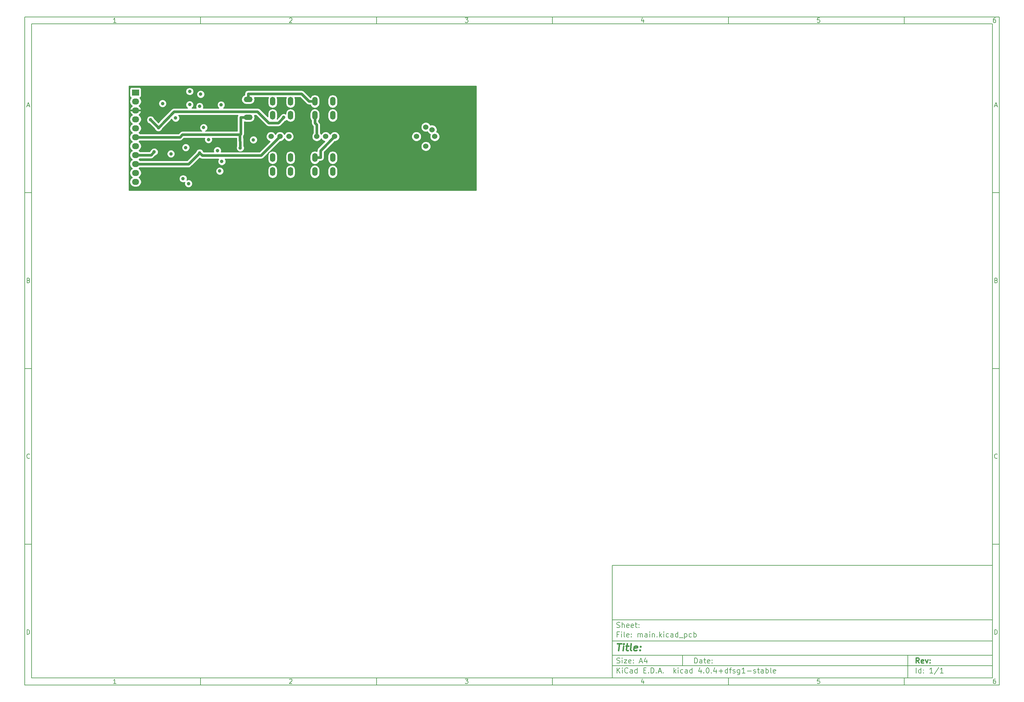
<source format=gbr>
G04 #@! TF.FileFunction,Copper,L4,Bot,Signal*
%FSLAX46Y46*%
G04 Gerber Fmt 4.6, Leading zero omitted, Abs format (unit mm)*
G04 Created by KiCad (PCBNEW 4.0.4+dfsg1-stable) date Mon Feb 27 17:07:35 2017*
%MOMM*%
%LPD*%
G01*
G04 APERTURE LIST*
%ADD10C,0.100000*%
%ADD11C,0.150000*%
%ADD12C,0.300000*%
%ADD13C,0.400000*%
%ADD14O,1.501140X2.499360*%
%ADD15O,2.499360X1.501140*%
%ADD16C,1.524000*%
%ADD17R,2.032000X1.727200*%
%ADD18O,2.032000X1.727200*%
%ADD19C,1.000000*%
%ADD20C,0.750000*%
%ADD21C,0.254000*%
G04 APERTURE END LIST*
D10*
D11*
X177002200Y-166007200D02*
X177002200Y-198007200D01*
X285002200Y-198007200D01*
X285002200Y-166007200D01*
X177002200Y-166007200D01*
D10*
D11*
X10000000Y-10000000D02*
X10000000Y-200007200D01*
X287002200Y-200007200D01*
X287002200Y-10000000D01*
X10000000Y-10000000D01*
D10*
D11*
X12000000Y-12000000D02*
X12000000Y-198007200D01*
X285002200Y-198007200D01*
X285002200Y-12000000D01*
X12000000Y-12000000D01*
D10*
D11*
X60000000Y-12000000D02*
X60000000Y-10000000D01*
D10*
D11*
X110000000Y-12000000D02*
X110000000Y-10000000D01*
D10*
D11*
X160000000Y-12000000D02*
X160000000Y-10000000D01*
D10*
D11*
X210000000Y-12000000D02*
X210000000Y-10000000D01*
D10*
D11*
X260000000Y-12000000D02*
X260000000Y-10000000D01*
D10*
D11*
X35990476Y-11588095D02*
X35247619Y-11588095D01*
X35619048Y-11588095D02*
X35619048Y-10288095D01*
X35495238Y-10473810D01*
X35371429Y-10597619D01*
X35247619Y-10659524D01*
D10*
D11*
X85247619Y-10411905D02*
X85309524Y-10350000D01*
X85433333Y-10288095D01*
X85742857Y-10288095D01*
X85866667Y-10350000D01*
X85928571Y-10411905D01*
X85990476Y-10535714D01*
X85990476Y-10659524D01*
X85928571Y-10845238D01*
X85185714Y-11588095D01*
X85990476Y-11588095D01*
D10*
D11*
X135185714Y-10288095D02*
X135990476Y-10288095D01*
X135557143Y-10783333D01*
X135742857Y-10783333D01*
X135866667Y-10845238D01*
X135928571Y-10907143D01*
X135990476Y-11030952D01*
X135990476Y-11340476D01*
X135928571Y-11464286D01*
X135866667Y-11526190D01*
X135742857Y-11588095D01*
X135371429Y-11588095D01*
X135247619Y-11526190D01*
X135185714Y-11464286D01*
D10*
D11*
X185866667Y-10721429D02*
X185866667Y-11588095D01*
X185557143Y-10226190D02*
X185247619Y-11154762D01*
X186052381Y-11154762D01*
D10*
D11*
X235928571Y-10288095D02*
X235309524Y-10288095D01*
X235247619Y-10907143D01*
X235309524Y-10845238D01*
X235433333Y-10783333D01*
X235742857Y-10783333D01*
X235866667Y-10845238D01*
X235928571Y-10907143D01*
X235990476Y-11030952D01*
X235990476Y-11340476D01*
X235928571Y-11464286D01*
X235866667Y-11526190D01*
X235742857Y-11588095D01*
X235433333Y-11588095D01*
X235309524Y-11526190D01*
X235247619Y-11464286D01*
D10*
D11*
X285866667Y-10288095D02*
X285619048Y-10288095D01*
X285495238Y-10350000D01*
X285433333Y-10411905D01*
X285309524Y-10597619D01*
X285247619Y-10845238D01*
X285247619Y-11340476D01*
X285309524Y-11464286D01*
X285371429Y-11526190D01*
X285495238Y-11588095D01*
X285742857Y-11588095D01*
X285866667Y-11526190D01*
X285928571Y-11464286D01*
X285990476Y-11340476D01*
X285990476Y-11030952D01*
X285928571Y-10907143D01*
X285866667Y-10845238D01*
X285742857Y-10783333D01*
X285495238Y-10783333D01*
X285371429Y-10845238D01*
X285309524Y-10907143D01*
X285247619Y-11030952D01*
D10*
D11*
X60000000Y-198007200D02*
X60000000Y-200007200D01*
D10*
D11*
X110000000Y-198007200D02*
X110000000Y-200007200D01*
D10*
D11*
X160000000Y-198007200D02*
X160000000Y-200007200D01*
D10*
D11*
X210000000Y-198007200D02*
X210000000Y-200007200D01*
D10*
D11*
X260000000Y-198007200D02*
X260000000Y-200007200D01*
D10*
D11*
X35990476Y-199595295D02*
X35247619Y-199595295D01*
X35619048Y-199595295D02*
X35619048Y-198295295D01*
X35495238Y-198481010D01*
X35371429Y-198604819D01*
X35247619Y-198666724D01*
D10*
D11*
X85247619Y-198419105D02*
X85309524Y-198357200D01*
X85433333Y-198295295D01*
X85742857Y-198295295D01*
X85866667Y-198357200D01*
X85928571Y-198419105D01*
X85990476Y-198542914D01*
X85990476Y-198666724D01*
X85928571Y-198852438D01*
X85185714Y-199595295D01*
X85990476Y-199595295D01*
D10*
D11*
X135185714Y-198295295D02*
X135990476Y-198295295D01*
X135557143Y-198790533D01*
X135742857Y-198790533D01*
X135866667Y-198852438D01*
X135928571Y-198914343D01*
X135990476Y-199038152D01*
X135990476Y-199347676D01*
X135928571Y-199471486D01*
X135866667Y-199533390D01*
X135742857Y-199595295D01*
X135371429Y-199595295D01*
X135247619Y-199533390D01*
X135185714Y-199471486D01*
D10*
D11*
X185866667Y-198728629D02*
X185866667Y-199595295D01*
X185557143Y-198233390D02*
X185247619Y-199161962D01*
X186052381Y-199161962D01*
D10*
D11*
X235928571Y-198295295D02*
X235309524Y-198295295D01*
X235247619Y-198914343D01*
X235309524Y-198852438D01*
X235433333Y-198790533D01*
X235742857Y-198790533D01*
X235866667Y-198852438D01*
X235928571Y-198914343D01*
X235990476Y-199038152D01*
X235990476Y-199347676D01*
X235928571Y-199471486D01*
X235866667Y-199533390D01*
X235742857Y-199595295D01*
X235433333Y-199595295D01*
X235309524Y-199533390D01*
X235247619Y-199471486D01*
D10*
D11*
X285866667Y-198295295D02*
X285619048Y-198295295D01*
X285495238Y-198357200D01*
X285433333Y-198419105D01*
X285309524Y-198604819D01*
X285247619Y-198852438D01*
X285247619Y-199347676D01*
X285309524Y-199471486D01*
X285371429Y-199533390D01*
X285495238Y-199595295D01*
X285742857Y-199595295D01*
X285866667Y-199533390D01*
X285928571Y-199471486D01*
X285990476Y-199347676D01*
X285990476Y-199038152D01*
X285928571Y-198914343D01*
X285866667Y-198852438D01*
X285742857Y-198790533D01*
X285495238Y-198790533D01*
X285371429Y-198852438D01*
X285309524Y-198914343D01*
X285247619Y-199038152D01*
D10*
D11*
X10000000Y-60000000D02*
X12000000Y-60000000D01*
D10*
D11*
X10000000Y-110000000D02*
X12000000Y-110000000D01*
D10*
D11*
X10000000Y-160000000D02*
X12000000Y-160000000D01*
D10*
D11*
X10690476Y-35216667D02*
X11309524Y-35216667D01*
X10566667Y-35588095D02*
X11000000Y-34288095D01*
X11433333Y-35588095D01*
D10*
D11*
X11092857Y-84907143D02*
X11278571Y-84969048D01*
X11340476Y-85030952D01*
X11402381Y-85154762D01*
X11402381Y-85340476D01*
X11340476Y-85464286D01*
X11278571Y-85526190D01*
X11154762Y-85588095D01*
X10659524Y-85588095D01*
X10659524Y-84288095D01*
X11092857Y-84288095D01*
X11216667Y-84350000D01*
X11278571Y-84411905D01*
X11340476Y-84535714D01*
X11340476Y-84659524D01*
X11278571Y-84783333D01*
X11216667Y-84845238D01*
X11092857Y-84907143D01*
X10659524Y-84907143D01*
D10*
D11*
X11402381Y-135464286D02*
X11340476Y-135526190D01*
X11154762Y-135588095D01*
X11030952Y-135588095D01*
X10845238Y-135526190D01*
X10721429Y-135402381D01*
X10659524Y-135278571D01*
X10597619Y-135030952D01*
X10597619Y-134845238D01*
X10659524Y-134597619D01*
X10721429Y-134473810D01*
X10845238Y-134350000D01*
X11030952Y-134288095D01*
X11154762Y-134288095D01*
X11340476Y-134350000D01*
X11402381Y-134411905D01*
D10*
D11*
X10659524Y-185588095D02*
X10659524Y-184288095D01*
X10969048Y-184288095D01*
X11154762Y-184350000D01*
X11278571Y-184473810D01*
X11340476Y-184597619D01*
X11402381Y-184845238D01*
X11402381Y-185030952D01*
X11340476Y-185278571D01*
X11278571Y-185402381D01*
X11154762Y-185526190D01*
X10969048Y-185588095D01*
X10659524Y-185588095D01*
D10*
D11*
X287002200Y-60000000D02*
X285002200Y-60000000D01*
D10*
D11*
X287002200Y-110000000D02*
X285002200Y-110000000D01*
D10*
D11*
X287002200Y-160000000D02*
X285002200Y-160000000D01*
D10*
D11*
X285692676Y-35216667D02*
X286311724Y-35216667D01*
X285568867Y-35588095D02*
X286002200Y-34288095D01*
X286435533Y-35588095D01*
D10*
D11*
X286095057Y-84907143D02*
X286280771Y-84969048D01*
X286342676Y-85030952D01*
X286404581Y-85154762D01*
X286404581Y-85340476D01*
X286342676Y-85464286D01*
X286280771Y-85526190D01*
X286156962Y-85588095D01*
X285661724Y-85588095D01*
X285661724Y-84288095D01*
X286095057Y-84288095D01*
X286218867Y-84350000D01*
X286280771Y-84411905D01*
X286342676Y-84535714D01*
X286342676Y-84659524D01*
X286280771Y-84783333D01*
X286218867Y-84845238D01*
X286095057Y-84907143D01*
X285661724Y-84907143D01*
D10*
D11*
X286404581Y-135464286D02*
X286342676Y-135526190D01*
X286156962Y-135588095D01*
X286033152Y-135588095D01*
X285847438Y-135526190D01*
X285723629Y-135402381D01*
X285661724Y-135278571D01*
X285599819Y-135030952D01*
X285599819Y-134845238D01*
X285661724Y-134597619D01*
X285723629Y-134473810D01*
X285847438Y-134350000D01*
X286033152Y-134288095D01*
X286156962Y-134288095D01*
X286342676Y-134350000D01*
X286404581Y-134411905D01*
D10*
D11*
X285661724Y-185588095D02*
X285661724Y-184288095D01*
X285971248Y-184288095D01*
X286156962Y-184350000D01*
X286280771Y-184473810D01*
X286342676Y-184597619D01*
X286404581Y-184845238D01*
X286404581Y-185030952D01*
X286342676Y-185278571D01*
X286280771Y-185402381D01*
X286156962Y-185526190D01*
X285971248Y-185588095D01*
X285661724Y-185588095D01*
D10*
D11*
X200359343Y-193785771D02*
X200359343Y-192285771D01*
X200716486Y-192285771D01*
X200930771Y-192357200D01*
X201073629Y-192500057D01*
X201145057Y-192642914D01*
X201216486Y-192928629D01*
X201216486Y-193142914D01*
X201145057Y-193428629D01*
X201073629Y-193571486D01*
X200930771Y-193714343D01*
X200716486Y-193785771D01*
X200359343Y-193785771D01*
X202502200Y-193785771D02*
X202502200Y-193000057D01*
X202430771Y-192857200D01*
X202287914Y-192785771D01*
X202002200Y-192785771D01*
X201859343Y-192857200D01*
X202502200Y-193714343D02*
X202359343Y-193785771D01*
X202002200Y-193785771D01*
X201859343Y-193714343D01*
X201787914Y-193571486D01*
X201787914Y-193428629D01*
X201859343Y-193285771D01*
X202002200Y-193214343D01*
X202359343Y-193214343D01*
X202502200Y-193142914D01*
X203002200Y-192785771D02*
X203573629Y-192785771D01*
X203216486Y-192285771D02*
X203216486Y-193571486D01*
X203287914Y-193714343D01*
X203430772Y-193785771D01*
X203573629Y-193785771D01*
X204645057Y-193714343D02*
X204502200Y-193785771D01*
X204216486Y-193785771D01*
X204073629Y-193714343D01*
X204002200Y-193571486D01*
X204002200Y-193000057D01*
X204073629Y-192857200D01*
X204216486Y-192785771D01*
X204502200Y-192785771D01*
X204645057Y-192857200D01*
X204716486Y-193000057D01*
X204716486Y-193142914D01*
X204002200Y-193285771D01*
X205359343Y-193642914D02*
X205430771Y-193714343D01*
X205359343Y-193785771D01*
X205287914Y-193714343D01*
X205359343Y-193642914D01*
X205359343Y-193785771D01*
X205359343Y-192857200D02*
X205430771Y-192928629D01*
X205359343Y-193000057D01*
X205287914Y-192928629D01*
X205359343Y-192857200D01*
X205359343Y-193000057D01*
D10*
D11*
X177002200Y-194507200D02*
X285002200Y-194507200D01*
D10*
D11*
X178359343Y-196585771D02*
X178359343Y-195085771D01*
X179216486Y-196585771D02*
X178573629Y-195728629D01*
X179216486Y-195085771D02*
X178359343Y-195942914D01*
X179859343Y-196585771D02*
X179859343Y-195585771D01*
X179859343Y-195085771D02*
X179787914Y-195157200D01*
X179859343Y-195228629D01*
X179930771Y-195157200D01*
X179859343Y-195085771D01*
X179859343Y-195228629D01*
X181430772Y-196442914D02*
X181359343Y-196514343D01*
X181145057Y-196585771D01*
X181002200Y-196585771D01*
X180787915Y-196514343D01*
X180645057Y-196371486D01*
X180573629Y-196228629D01*
X180502200Y-195942914D01*
X180502200Y-195728629D01*
X180573629Y-195442914D01*
X180645057Y-195300057D01*
X180787915Y-195157200D01*
X181002200Y-195085771D01*
X181145057Y-195085771D01*
X181359343Y-195157200D01*
X181430772Y-195228629D01*
X182716486Y-196585771D02*
X182716486Y-195800057D01*
X182645057Y-195657200D01*
X182502200Y-195585771D01*
X182216486Y-195585771D01*
X182073629Y-195657200D01*
X182716486Y-196514343D02*
X182573629Y-196585771D01*
X182216486Y-196585771D01*
X182073629Y-196514343D01*
X182002200Y-196371486D01*
X182002200Y-196228629D01*
X182073629Y-196085771D01*
X182216486Y-196014343D01*
X182573629Y-196014343D01*
X182716486Y-195942914D01*
X184073629Y-196585771D02*
X184073629Y-195085771D01*
X184073629Y-196514343D02*
X183930772Y-196585771D01*
X183645058Y-196585771D01*
X183502200Y-196514343D01*
X183430772Y-196442914D01*
X183359343Y-196300057D01*
X183359343Y-195871486D01*
X183430772Y-195728629D01*
X183502200Y-195657200D01*
X183645058Y-195585771D01*
X183930772Y-195585771D01*
X184073629Y-195657200D01*
X185930772Y-195800057D02*
X186430772Y-195800057D01*
X186645058Y-196585771D02*
X185930772Y-196585771D01*
X185930772Y-195085771D01*
X186645058Y-195085771D01*
X187287915Y-196442914D02*
X187359343Y-196514343D01*
X187287915Y-196585771D01*
X187216486Y-196514343D01*
X187287915Y-196442914D01*
X187287915Y-196585771D01*
X188002201Y-196585771D02*
X188002201Y-195085771D01*
X188359344Y-195085771D01*
X188573629Y-195157200D01*
X188716487Y-195300057D01*
X188787915Y-195442914D01*
X188859344Y-195728629D01*
X188859344Y-195942914D01*
X188787915Y-196228629D01*
X188716487Y-196371486D01*
X188573629Y-196514343D01*
X188359344Y-196585771D01*
X188002201Y-196585771D01*
X189502201Y-196442914D02*
X189573629Y-196514343D01*
X189502201Y-196585771D01*
X189430772Y-196514343D01*
X189502201Y-196442914D01*
X189502201Y-196585771D01*
X190145058Y-196157200D02*
X190859344Y-196157200D01*
X190002201Y-196585771D02*
X190502201Y-195085771D01*
X191002201Y-196585771D01*
X191502201Y-196442914D02*
X191573629Y-196514343D01*
X191502201Y-196585771D01*
X191430772Y-196514343D01*
X191502201Y-196442914D01*
X191502201Y-196585771D01*
X194502201Y-196585771D02*
X194502201Y-195085771D01*
X194645058Y-196014343D02*
X195073629Y-196585771D01*
X195073629Y-195585771D02*
X194502201Y-196157200D01*
X195716487Y-196585771D02*
X195716487Y-195585771D01*
X195716487Y-195085771D02*
X195645058Y-195157200D01*
X195716487Y-195228629D01*
X195787915Y-195157200D01*
X195716487Y-195085771D01*
X195716487Y-195228629D01*
X197073630Y-196514343D02*
X196930773Y-196585771D01*
X196645059Y-196585771D01*
X196502201Y-196514343D01*
X196430773Y-196442914D01*
X196359344Y-196300057D01*
X196359344Y-195871486D01*
X196430773Y-195728629D01*
X196502201Y-195657200D01*
X196645059Y-195585771D01*
X196930773Y-195585771D01*
X197073630Y-195657200D01*
X198359344Y-196585771D02*
X198359344Y-195800057D01*
X198287915Y-195657200D01*
X198145058Y-195585771D01*
X197859344Y-195585771D01*
X197716487Y-195657200D01*
X198359344Y-196514343D02*
X198216487Y-196585771D01*
X197859344Y-196585771D01*
X197716487Y-196514343D01*
X197645058Y-196371486D01*
X197645058Y-196228629D01*
X197716487Y-196085771D01*
X197859344Y-196014343D01*
X198216487Y-196014343D01*
X198359344Y-195942914D01*
X199716487Y-196585771D02*
X199716487Y-195085771D01*
X199716487Y-196514343D02*
X199573630Y-196585771D01*
X199287916Y-196585771D01*
X199145058Y-196514343D01*
X199073630Y-196442914D01*
X199002201Y-196300057D01*
X199002201Y-195871486D01*
X199073630Y-195728629D01*
X199145058Y-195657200D01*
X199287916Y-195585771D01*
X199573630Y-195585771D01*
X199716487Y-195657200D01*
X202216487Y-195585771D02*
X202216487Y-196585771D01*
X201859344Y-195014343D02*
X201502201Y-196085771D01*
X202430773Y-196085771D01*
X203002201Y-196442914D02*
X203073629Y-196514343D01*
X203002201Y-196585771D01*
X202930772Y-196514343D01*
X203002201Y-196442914D01*
X203002201Y-196585771D01*
X204002201Y-195085771D02*
X204145058Y-195085771D01*
X204287915Y-195157200D01*
X204359344Y-195228629D01*
X204430773Y-195371486D01*
X204502201Y-195657200D01*
X204502201Y-196014343D01*
X204430773Y-196300057D01*
X204359344Y-196442914D01*
X204287915Y-196514343D01*
X204145058Y-196585771D01*
X204002201Y-196585771D01*
X203859344Y-196514343D01*
X203787915Y-196442914D01*
X203716487Y-196300057D01*
X203645058Y-196014343D01*
X203645058Y-195657200D01*
X203716487Y-195371486D01*
X203787915Y-195228629D01*
X203859344Y-195157200D01*
X204002201Y-195085771D01*
X205145058Y-196442914D02*
X205216486Y-196514343D01*
X205145058Y-196585771D01*
X205073629Y-196514343D01*
X205145058Y-196442914D01*
X205145058Y-196585771D01*
X206502201Y-195585771D02*
X206502201Y-196585771D01*
X206145058Y-195014343D02*
X205787915Y-196085771D01*
X206716487Y-196085771D01*
X207287915Y-196014343D02*
X208430772Y-196014343D01*
X207859343Y-196585771D02*
X207859343Y-195442914D01*
X209787915Y-196585771D02*
X209787915Y-195085771D01*
X209787915Y-196514343D02*
X209645058Y-196585771D01*
X209359344Y-196585771D01*
X209216486Y-196514343D01*
X209145058Y-196442914D01*
X209073629Y-196300057D01*
X209073629Y-195871486D01*
X209145058Y-195728629D01*
X209216486Y-195657200D01*
X209359344Y-195585771D01*
X209645058Y-195585771D01*
X209787915Y-195657200D01*
X210287915Y-195585771D02*
X210859344Y-195585771D01*
X210502201Y-196585771D02*
X210502201Y-195300057D01*
X210573629Y-195157200D01*
X210716487Y-195085771D01*
X210859344Y-195085771D01*
X211287915Y-196514343D02*
X211430772Y-196585771D01*
X211716487Y-196585771D01*
X211859344Y-196514343D01*
X211930772Y-196371486D01*
X211930772Y-196300057D01*
X211859344Y-196157200D01*
X211716487Y-196085771D01*
X211502201Y-196085771D01*
X211359344Y-196014343D01*
X211287915Y-195871486D01*
X211287915Y-195800057D01*
X211359344Y-195657200D01*
X211502201Y-195585771D01*
X211716487Y-195585771D01*
X211859344Y-195657200D01*
X213216487Y-195585771D02*
X213216487Y-196800057D01*
X213145058Y-196942914D01*
X213073630Y-197014343D01*
X212930773Y-197085771D01*
X212716487Y-197085771D01*
X212573630Y-197014343D01*
X213216487Y-196514343D02*
X213073630Y-196585771D01*
X212787916Y-196585771D01*
X212645058Y-196514343D01*
X212573630Y-196442914D01*
X212502201Y-196300057D01*
X212502201Y-195871486D01*
X212573630Y-195728629D01*
X212645058Y-195657200D01*
X212787916Y-195585771D01*
X213073630Y-195585771D01*
X213216487Y-195657200D01*
X214716487Y-196585771D02*
X213859344Y-196585771D01*
X214287916Y-196585771D02*
X214287916Y-195085771D01*
X214145059Y-195300057D01*
X214002201Y-195442914D01*
X213859344Y-195514343D01*
X215359344Y-196014343D02*
X216502201Y-196014343D01*
X217145058Y-196514343D02*
X217287915Y-196585771D01*
X217573630Y-196585771D01*
X217716487Y-196514343D01*
X217787915Y-196371486D01*
X217787915Y-196300057D01*
X217716487Y-196157200D01*
X217573630Y-196085771D01*
X217359344Y-196085771D01*
X217216487Y-196014343D01*
X217145058Y-195871486D01*
X217145058Y-195800057D01*
X217216487Y-195657200D01*
X217359344Y-195585771D01*
X217573630Y-195585771D01*
X217716487Y-195657200D01*
X218216487Y-195585771D02*
X218787916Y-195585771D01*
X218430773Y-195085771D02*
X218430773Y-196371486D01*
X218502201Y-196514343D01*
X218645059Y-196585771D01*
X218787916Y-196585771D01*
X219930773Y-196585771D02*
X219930773Y-195800057D01*
X219859344Y-195657200D01*
X219716487Y-195585771D01*
X219430773Y-195585771D01*
X219287916Y-195657200D01*
X219930773Y-196514343D02*
X219787916Y-196585771D01*
X219430773Y-196585771D01*
X219287916Y-196514343D01*
X219216487Y-196371486D01*
X219216487Y-196228629D01*
X219287916Y-196085771D01*
X219430773Y-196014343D01*
X219787916Y-196014343D01*
X219930773Y-195942914D01*
X220645059Y-196585771D02*
X220645059Y-195085771D01*
X220645059Y-195657200D02*
X220787916Y-195585771D01*
X221073630Y-195585771D01*
X221216487Y-195657200D01*
X221287916Y-195728629D01*
X221359345Y-195871486D01*
X221359345Y-196300057D01*
X221287916Y-196442914D01*
X221216487Y-196514343D01*
X221073630Y-196585771D01*
X220787916Y-196585771D01*
X220645059Y-196514343D01*
X222216488Y-196585771D02*
X222073630Y-196514343D01*
X222002202Y-196371486D01*
X222002202Y-195085771D01*
X223359344Y-196514343D02*
X223216487Y-196585771D01*
X222930773Y-196585771D01*
X222787916Y-196514343D01*
X222716487Y-196371486D01*
X222716487Y-195800057D01*
X222787916Y-195657200D01*
X222930773Y-195585771D01*
X223216487Y-195585771D01*
X223359344Y-195657200D01*
X223430773Y-195800057D01*
X223430773Y-195942914D01*
X222716487Y-196085771D01*
D10*
D11*
X177002200Y-191507200D02*
X285002200Y-191507200D01*
D10*
D12*
X264216486Y-193785771D02*
X263716486Y-193071486D01*
X263359343Y-193785771D02*
X263359343Y-192285771D01*
X263930771Y-192285771D01*
X264073629Y-192357200D01*
X264145057Y-192428629D01*
X264216486Y-192571486D01*
X264216486Y-192785771D01*
X264145057Y-192928629D01*
X264073629Y-193000057D01*
X263930771Y-193071486D01*
X263359343Y-193071486D01*
X265430771Y-193714343D02*
X265287914Y-193785771D01*
X265002200Y-193785771D01*
X264859343Y-193714343D01*
X264787914Y-193571486D01*
X264787914Y-193000057D01*
X264859343Y-192857200D01*
X265002200Y-192785771D01*
X265287914Y-192785771D01*
X265430771Y-192857200D01*
X265502200Y-193000057D01*
X265502200Y-193142914D01*
X264787914Y-193285771D01*
X266002200Y-192785771D02*
X266359343Y-193785771D01*
X266716485Y-192785771D01*
X267287914Y-193642914D02*
X267359342Y-193714343D01*
X267287914Y-193785771D01*
X267216485Y-193714343D01*
X267287914Y-193642914D01*
X267287914Y-193785771D01*
X267287914Y-192857200D02*
X267359342Y-192928629D01*
X267287914Y-193000057D01*
X267216485Y-192928629D01*
X267287914Y-192857200D01*
X267287914Y-193000057D01*
D10*
D11*
X178287914Y-193714343D02*
X178502200Y-193785771D01*
X178859343Y-193785771D01*
X179002200Y-193714343D01*
X179073629Y-193642914D01*
X179145057Y-193500057D01*
X179145057Y-193357200D01*
X179073629Y-193214343D01*
X179002200Y-193142914D01*
X178859343Y-193071486D01*
X178573629Y-193000057D01*
X178430771Y-192928629D01*
X178359343Y-192857200D01*
X178287914Y-192714343D01*
X178287914Y-192571486D01*
X178359343Y-192428629D01*
X178430771Y-192357200D01*
X178573629Y-192285771D01*
X178930771Y-192285771D01*
X179145057Y-192357200D01*
X179787914Y-193785771D02*
X179787914Y-192785771D01*
X179787914Y-192285771D02*
X179716485Y-192357200D01*
X179787914Y-192428629D01*
X179859342Y-192357200D01*
X179787914Y-192285771D01*
X179787914Y-192428629D01*
X180359343Y-192785771D02*
X181145057Y-192785771D01*
X180359343Y-193785771D01*
X181145057Y-193785771D01*
X182287914Y-193714343D02*
X182145057Y-193785771D01*
X181859343Y-193785771D01*
X181716486Y-193714343D01*
X181645057Y-193571486D01*
X181645057Y-193000057D01*
X181716486Y-192857200D01*
X181859343Y-192785771D01*
X182145057Y-192785771D01*
X182287914Y-192857200D01*
X182359343Y-193000057D01*
X182359343Y-193142914D01*
X181645057Y-193285771D01*
X183002200Y-193642914D02*
X183073628Y-193714343D01*
X183002200Y-193785771D01*
X182930771Y-193714343D01*
X183002200Y-193642914D01*
X183002200Y-193785771D01*
X183002200Y-192857200D02*
X183073628Y-192928629D01*
X183002200Y-193000057D01*
X182930771Y-192928629D01*
X183002200Y-192857200D01*
X183002200Y-193000057D01*
X184787914Y-193357200D02*
X185502200Y-193357200D01*
X184645057Y-193785771D02*
X185145057Y-192285771D01*
X185645057Y-193785771D01*
X186787914Y-192785771D02*
X186787914Y-193785771D01*
X186430771Y-192214343D02*
X186073628Y-193285771D01*
X187002200Y-193285771D01*
D10*
D11*
X263359343Y-196585771D02*
X263359343Y-195085771D01*
X264716486Y-196585771D02*
X264716486Y-195085771D01*
X264716486Y-196514343D02*
X264573629Y-196585771D01*
X264287915Y-196585771D01*
X264145057Y-196514343D01*
X264073629Y-196442914D01*
X264002200Y-196300057D01*
X264002200Y-195871486D01*
X264073629Y-195728629D01*
X264145057Y-195657200D01*
X264287915Y-195585771D01*
X264573629Y-195585771D01*
X264716486Y-195657200D01*
X265430772Y-196442914D02*
X265502200Y-196514343D01*
X265430772Y-196585771D01*
X265359343Y-196514343D01*
X265430772Y-196442914D01*
X265430772Y-196585771D01*
X265430772Y-195657200D02*
X265502200Y-195728629D01*
X265430772Y-195800057D01*
X265359343Y-195728629D01*
X265430772Y-195657200D01*
X265430772Y-195800057D01*
X268073629Y-196585771D02*
X267216486Y-196585771D01*
X267645058Y-196585771D02*
X267645058Y-195085771D01*
X267502201Y-195300057D01*
X267359343Y-195442914D01*
X267216486Y-195514343D01*
X269787914Y-195014343D02*
X268502200Y-196942914D01*
X271073629Y-196585771D02*
X270216486Y-196585771D01*
X270645058Y-196585771D02*
X270645058Y-195085771D01*
X270502201Y-195300057D01*
X270359343Y-195442914D01*
X270216486Y-195514343D01*
D10*
D11*
X177002200Y-187507200D02*
X285002200Y-187507200D01*
D10*
D13*
X178454581Y-188211962D02*
X179597438Y-188211962D01*
X178776010Y-190211962D02*
X179026010Y-188211962D01*
X180014105Y-190211962D02*
X180180771Y-188878629D01*
X180264105Y-188211962D02*
X180156962Y-188307200D01*
X180240295Y-188402438D01*
X180347439Y-188307200D01*
X180264105Y-188211962D01*
X180240295Y-188402438D01*
X180847438Y-188878629D02*
X181609343Y-188878629D01*
X181216486Y-188211962D02*
X181002200Y-189926248D01*
X181073630Y-190116724D01*
X181252201Y-190211962D01*
X181442677Y-190211962D01*
X182395058Y-190211962D02*
X182216487Y-190116724D01*
X182145057Y-189926248D01*
X182359343Y-188211962D01*
X183930772Y-190116724D02*
X183728391Y-190211962D01*
X183347439Y-190211962D01*
X183168867Y-190116724D01*
X183097438Y-189926248D01*
X183192676Y-189164343D01*
X183311724Y-188973867D01*
X183514105Y-188878629D01*
X183895057Y-188878629D01*
X184073629Y-188973867D01*
X184145057Y-189164343D01*
X184121248Y-189354819D01*
X183145057Y-189545295D01*
X184895057Y-190021486D02*
X184978392Y-190116724D01*
X184871248Y-190211962D01*
X184787915Y-190116724D01*
X184895057Y-190021486D01*
X184871248Y-190211962D01*
X185026010Y-188973867D02*
X185109344Y-189069105D01*
X185002200Y-189164343D01*
X184918867Y-189069105D01*
X185026010Y-188973867D01*
X185002200Y-189164343D01*
D10*
D11*
X178859343Y-185600057D02*
X178359343Y-185600057D01*
X178359343Y-186385771D02*
X178359343Y-184885771D01*
X179073629Y-184885771D01*
X179645057Y-186385771D02*
X179645057Y-185385771D01*
X179645057Y-184885771D02*
X179573628Y-184957200D01*
X179645057Y-185028629D01*
X179716485Y-184957200D01*
X179645057Y-184885771D01*
X179645057Y-185028629D01*
X180573629Y-186385771D02*
X180430771Y-186314343D01*
X180359343Y-186171486D01*
X180359343Y-184885771D01*
X181716485Y-186314343D02*
X181573628Y-186385771D01*
X181287914Y-186385771D01*
X181145057Y-186314343D01*
X181073628Y-186171486D01*
X181073628Y-185600057D01*
X181145057Y-185457200D01*
X181287914Y-185385771D01*
X181573628Y-185385771D01*
X181716485Y-185457200D01*
X181787914Y-185600057D01*
X181787914Y-185742914D01*
X181073628Y-185885771D01*
X182430771Y-186242914D02*
X182502199Y-186314343D01*
X182430771Y-186385771D01*
X182359342Y-186314343D01*
X182430771Y-186242914D01*
X182430771Y-186385771D01*
X182430771Y-185457200D02*
X182502199Y-185528629D01*
X182430771Y-185600057D01*
X182359342Y-185528629D01*
X182430771Y-185457200D01*
X182430771Y-185600057D01*
X184287914Y-186385771D02*
X184287914Y-185385771D01*
X184287914Y-185528629D02*
X184359342Y-185457200D01*
X184502200Y-185385771D01*
X184716485Y-185385771D01*
X184859342Y-185457200D01*
X184930771Y-185600057D01*
X184930771Y-186385771D01*
X184930771Y-185600057D02*
X185002200Y-185457200D01*
X185145057Y-185385771D01*
X185359342Y-185385771D01*
X185502200Y-185457200D01*
X185573628Y-185600057D01*
X185573628Y-186385771D01*
X186930771Y-186385771D02*
X186930771Y-185600057D01*
X186859342Y-185457200D01*
X186716485Y-185385771D01*
X186430771Y-185385771D01*
X186287914Y-185457200D01*
X186930771Y-186314343D02*
X186787914Y-186385771D01*
X186430771Y-186385771D01*
X186287914Y-186314343D01*
X186216485Y-186171486D01*
X186216485Y-186028629D01*
X186287914Y-185885771D01*
X186430771Y-185814343D01*
X186787914Y-185814343D01*
X186930771Y-185742914D01*
X187645057Y-186385771D02*
X187645057Y-185385771D01*
X187645057Y-184885771D02*
X187573628Y-184957200D01*
X187645057Y-185028629D01*
X187716485Y-184957200D01*
X187645057Y-184885771D01*
X187645057Y-185028629D01*
X188359343Y-185385771D02*
X188359343Y-186385771D01*
X188359343Y-185528629D02*
X188430771Y-185457200D01*
X188573629Y-185385771D01*
X188787914Y-185385771D01*
X188930771Y-185457200D01*
X189002200Y-185600057D01*
X189002200Y-186385771D01*
X189716486Y-186242914D02*
X189787914Y-186314343D01*
X189716486Y-186385771D01*
X189645057Y-186314343D01*
X189716486Y-186242914D01*
X189716486Y-186385771D01*
X190430772Y-186385771D02*
X190430772Y-184885771D01*
X190573629Y-185814343D02*
X191002200Y-186385771D01*
X191002200Y-185385771D02*
X190430772Y-185957200D01*
X191645058Y-186385771D02*
X191645058Y-185385771D01*
X191645058Y-184885771D02*
X191573629Y-184957200D01*
X191645058Y-185028629D01*
X191716486Y-184957200D01*
X191645058Y-184885771D01*
X191645058Y-185028629D01*
X193002201Y-186314343D02*
X192859344Y-186385771D01*
X192573630Y-186385771D01*
X192430772Y-186314343D01*
X192359344Y-186242914D01*
X192287915Y-186100057D01*
X192287915Y-185671486D01*
X192359344Y-185528629D01*
X192430772Y-185457200D01*
X192573630Y-185385771D01*
X192859344Y-185385771D01*
X193002201Y-185457200D01*
X194287915Y-186385771D02*
X194287915Y-185600057D01*
X194216486Y-185457200D01*
X194073629Y-185385771D01*
X193787915Y-185385771D01*
X193645058Y-185457200D01*
X194287915Y-186314343D02*
X194145058Y-186385771D01*
X193787915Y-186385771D01*
X193645058Y-186314343D01*
X193573629Y-186171486D01*
X193573629Y-186028629D01*
X193645058Y-185885771D01*
X193787915Y-185814343D01*
X194145058Y-185814343D01*
X194287915Y-185742914D01*
X195645058Y-186385771D02*
X195645058Y-184885771D01*
X195645058Y-186314343D02*
X195502201Y-186385771D01*
X195216487Y-186385771D01*
X195073629Y-186314343D01*
X195002201Y-186242914D01*
X194930772Y-186100057D01*
X194930772Y-185671486D01*
X195002201Y-185528629D01*
X195073629Y-185457200D01*
X195216487Y-185385771D01*
X195502201Y-185385771D01*
X195645058Y-185457200D01*
X196002201Y-186528629D02*
X197145058Y-186528629D01*
X197502201Y-185385771D02*
X197502201Y-186885771D01*
X197502201Y-185457200D02*
X197645058Y-185385771D01*
X197930772Y-185385771D01*
X198073629Y-185457200D01*
X198145058Y-185528629D01*
X198216487Y-185671486D01*
X198216487Y-186100057D01*
X198145058Y-186242914D01*
X198073629Y-186314343D01*
X197930772Y-186385771D01*
X197645058Y-186385771D01*
X197502201Y-186314343D01*
X199502201Y-186314343D02*
X199359344Y-186385771D01*
X199073630Y-186385771D01*
X198930772Y-186314343D01*
X198859344Y-186242914D01*
X198787915Y-186100057D01*
X198787915Y-185671486D01*
X198859344Y-185528629D01*
X198930772Y-185457200D01*
X199073630Y-185385771D01*
X199359344Y-185385771D01*
X199502201Y-185457200D01*
X200145058Y-186385771D02*
X200145058Y-184885771D01*
X200145058Y-185457200D02*
X200287915Y-185385771D01*
X200573629Y-185385771D01*
X200716486Y-185457200D01*
X200787915Y-185528629D01*
X200859344Y-185671486D01*
X200859344Y-186100057D01*
X200787915Y-186242914D01*
X200716486Y-186314343D01*
X200573629Y-186385771D01*
X200287915Y-186385771D01*
X200145058Y-186314343D01*
D10*
D11*
X177002200Y-181507200D02*
X285002200Y-181507200D01*
D10*
D11*
X178287914Y-183614343D02*
X178502200Y-183685771D01*
X178859343Y-183685771D01*
X179002200Y-183614343D01*
X179073629Y-183542914D01*
X179145057Y-183400057D01*
X179145057Y-183257200D01*
X179073629Y-183114343D01*
X179002200Y-183042914D01*
X178859343Y-182971486D01*
X178573629Y-182900057D01*
X178430771Y-182828629D01*
X178359343Y-182757200D01*
X178287914Y-182614343D01*
X178287914Y-182471486D01*
X178359343Y-182328629D01*
X178430771Y-182257200D01*
X178573629Y-182185771D01*
X178930771Y-182185771D01*
X179145057Y-182257200D01*
X179787914Y-183685771D02*
X179787914Y-182185771D01*
X180430771Y-183685771D02*
X180430771Y-182900057D01*
X180359342Y-182757200D01*
X180216485Y-182685771D01*
X180002200Y-182685771D01*
X179859342Y-182757200D01*
X179787914Y-182828629D01*
X181716485Y-183614343D02*
X181573628Y-183685771D01*
X181287914Y-183685771D01*
X181145057Y-183614343D01*
X181073628Y-183471486D01*
X181073628Y-182900057D01*
X181145057Y-182757200D01*
X181287914Y-182685771D01*
X181573628Y-182685771D01*
X181716485Y-182757200D01*
X181787914Y-182900057D01*
X181787914Y-183042914D01*
X181073628Y-183185771D01*
X183002199Y-183614343D02*
X182859342Y-183685771D01*
X182573628Y-183685771D01*
X182430771Y-183614343D01*
X182359342Y-183471486D01*
X182359342Y-182900057D01*
X182430771Y-182757200D01*
X182573628Y-182685771D01*
X182859342Y-182685771D01*
X183002199Y-182757200D01*
X183073628Y-182900057D01*
X183073628Y-183042914D01*
X182359342Y-183185771D01*
X183502199Y-182685771D02*
X184073628Y-182685771D01*
X183716485Y-182185771D02*
X183716485Y-183471486D01*
X183787913Y-183614343D01*
X183930771Y-183685771D01*
X184073628Y-183685771D01*
X184573628Y-183542914D02*
X184645056Y-183614343D01*
X184573628Y-183685771D01*
X184502199Y-183614343D01*
X184573628Y-183542914D01*
X184573628Y-183685771D01*
X184573628Y-182757200D02*
X184645056Y-182828629D01*
X184573628Y-182900057D01*
X184502199Y-182828629D01*
X184573628Y-182757200D01*
X184573628Y-182900057D01*
D10*
D11*
X197002200Y-191507200D02*
X197002200Y-194507200D01*
D10*
D11*
X261002200Y-191507200D02*
X261002200Y-198007200D01*
D14*
X80460000Y-34000000D03*
X85540000Y-34000000D03*
X85540000Y-54000000D03*
X80460000Y-54000000D03*
D15*
X73500000Y-33460000D03*
X73500000Y-38540000D03*
D14*
X92460000Y-34000000D03*
X97540000Y-34000000D03*
X97540000Y-54000000D03*
X92460000Y-54000000D03*
D16*
X121333000Y-44000000D03*
X124000000Y-46794000D03*
X126540000Y-44000000D03*
X124000000Y-41333000D03*
X125778000Y-42095000D03*
D14*
X85540000Y-38000000D03*
X80460000Y-38000000D03*
X80460000Y-50000000D03*
X85540000Y-50000000D03*
X97540000Y-38000000D03*
X92460000Y-38000000D03*
X92460000Y-50000000D03*
X97540000Y-50000000D03*
D17*
X41500000Y-31500000D03*
D18*
X41500000Y-34040000D03*
X41500000Y-36580000D03*
X41500000Y-39120000D03*
X41500000Y-41660000D03*
X41500000Y-44200000D03*
X41500000Y-46740000D03*
X41500000Y-49280000D03*
X41500000Y-51820000D03*
X41500000Y-54360000D03*
X41500000Y-56900000D03*
D16*
X95540000Y-44000000D03*
X98080000Y-44000000D03*
X93000000Y-44000000D03*
X82540000Y-44000000D03*
X85080000Y-44000000D03*
X80000000Y-44000000D03*
D19*
X60001800Y-31962300D03*
X64765700Y-48000000D03*
X55754900Y-47165800D03*
X56893000Y-31183400D03*
X65810900Y-34995100D03*
X59450000Y-57360700D03*
X49166400Y-31341700D03*
X76221800Y-48000000D03*
X62500000Y-51052200D03*
X60839100Y-41445700D03*
X59723500Y-35443900D03*
X55000000Y-55996400D03*
X56550000Y-57412200D03*
X52886500Y-38734800D03*
X62223100Y-44877400D03*
X51585000Y-48947300D03*
X65433400Y-53808700D03*
X66000000Y-51091600D03*
X75000000Y-44951100D03*
X49189200Y-34635500D03*
X56893000Y-34947900D03*
X45750000Y-39250000D03*
X48000000Y-41500000D03*
X83625200Y-38592500D03*
X71250000Y-47250000D03*
X46789600Y-48381800D03*
X59718500Y-48687200D03*
D20*
X48000000Y-41500000D02*
X45750000Y-39250000D01*
X82050200Y-40167500D02*
X83625200Y-38592500D01*
X79407200Y-40167500D02*
X82050200Y-40167500D01*
X76153700Y-36914000D02*
X79407200Y-40167500D01*
X52447600Y-36914000D02*
X76153700Y-36914000D01*
X48000000Y-41500000D02*
X52447600Y-36914000D01*
X88668200Y-31834100D02*
X73500000Y-31834100D01*
X90834100Y-34000000D02*
X88668200Y-31834100D01*
X92460000Y-34000000D02*
X90834100Y-34000000D01*
X73500000Y-33460000D02*
X73500000Y-31834100D01*
X73500000Y-38540000D02*
X71374900Y-38540000D01*
X71187900Y-43470400D02*
X71250000Y-47250000D01*
X71374900Y-43283400D02*
X71187900Y-43470400D01*
X71374900Y-38540000D02*
X71374900Y-43283400D01*
X54119900Y-44200000D02*
X41500000Y-44200000D01*
X54849500Y-43470400D02*
X54119900Y-44200000D01*
X71187900Y-43470400D02*
X54849500Y-43470400D01*
X45891400Y-49280000D02*
X46789600Y-48381800D01*
X41500000Y-49280000D02*
X45891400Y-49280000D01*
X56585700Y-51820000D02*
X43391300Y-51820000D01*
X59718500Y-48687200D02*
X56585700Y-51820000D01*
X60448500Y-49417200D02*
X59718500Y-48687200D01*
X77122800Y-49417200D02*
X60448500Y-49417200D01*
X82540000Y-44000000D02*
X77122800Y-49417200D01*
X41500000Y-51820000D02*
X43391300Y-51820000D01*
X93000000Y-40665100D02*
X92460000Y-40125100D01*
X93000000Y-44000000D02*
X93000000Y-40665100D01*
X92460000Y-38000000D02*
X92460000Y-40125100D01*
X94085900Y-47994100D02*
X98080000Y-44000000D01*
X94085900Y-50000000D02*
X94085900Y-47994100D01*
X92460000Y-50000000D02*
X94085900Y-50000000D01*
D21*
G36*
X138315000Y-59315000D02*
X39685000Y-59315000D01*
X39685000Y-39120000D01*
X39816655Y-39120000D01*
X39930729Y-39693489D01*
X40255585Y-40179670D01*
X40570366Y-40390000D01*
X40255585Y-40600330D01*
X39930729Y-41086511D01*
X39816655Y-41660000D01*
X39930729Y-42233489D01*
X40255585Y-42719670D01*
X40570366Y-42930000D01*
X40255585Y-43140330D01*
X39930729Y-43626511D01*
X39816655Y-44200000D01*
X39930729Y-44773489D01*
X40255585Y-45259670D01*
X40570366Y-45470000D01*
X40255585Y-45680330D01*
X39930729Y-46166511D01*
X39816655Y-46740000D01*
X39930729Y-47313489D01*
X40255585Y-47799670D01*
X40570366Y-48010000D01*
X40255585Y-48220330D01*
X39930729Y-48706511D01*
X39816655Y-49280000D01*
X39930729Y-49853489D01*
X40255585Y-50339670D01*
X40570366Y-50550000D01*
X40255585Y-50760330D01*
X39930729Y-51246511D01*
X39816655Y-51820000D01*
X39930729Y-52393489D01*
X40255585Y-52879670D01*
X40570366Y-53090000D01*
X40255585Y-53300330D01*
X39930729Y-53786511D01*
X39816655Y-54360000D01*
X39930729Y-54933489D01*
X40255585Y-55419670D01*
X40570366Y-55630000D01*
X40255585Y-55840330D01*
X39930729Y-56326511D01*
X39816655Y-56900000D01*
X39930729Y-57473489D01*
X40255585Y-57959670D01*
X40741766Y-58284526D01*
X41315255Y-58398600D01*
X41684745Y-58398600D01*
X42258234Y-58284526D01*
X42744415Y-57959670D01*
X43069271Y-57473489D01*
X43183345Y-56900000D01*
X43069271Y-56326511D01*
X42998888Y-56221175D01*
X53864803Y-56221175D01*
X54037233Y-56638486D01*
X54356235Y-56958045D01*
X54773244Y-57131203D01*
X55224775Y-57131597D01*
X55481625Y-57025468D01*
X55415197Y-57185444D01*
X55414803Y-57636975D01*
X55587233Y-58054286D01*
X55906235Y-58373845D01*
X56323244Y-58547003D01*
X56774775Y-58547397D01*
X57192086Y-58374967D01*
X57511645Y-58055965D01*
X57684803Y-57638956D01*
X57685197Y-57187425D01*
X57512767Y-56770114D01*
X57193765Y-56450555D01*
X56776756Y-56277397D01*
X56325225Y-56277003D01*
X56068375Y-56383132D01*
X56134803Y-56223156D01*
X56135197Y-55771625D01*
X55962767Y-55354314D01*
X55643765Y-55034755D01*
X55226756Y-54861597D01*
X54775225Y-54861203D01*
X54357914Y-55033633D01*
X54038355Y-55352635D01*
X53865197Y-55769644D01*
X53864803Y-56221175D01*
X42998888Y-56221175D01*
X42744415Y-55840330D01*
X42429634Y-55630000D01*
X42744415Y-55419670D01*
X43069271Y-54933489D01*
X43183345Y-54360000D01*
X43118396Y-54033475D01*
X64298203Y-54033475D01*
X64470633Y-54450786D01*
X64789635Y-54770345D01*
X65206644Y-54943503D01*
X65658175Y-54943897D01*
X66075486Y-54771467D01*
X66395045Y-54452465D01*
X66568203Y-54035456D01*
X66568597Y-53583925D01*
X66519032Y-53463967D01*
X79074430Y-53463967D01*
X79074430Y-54536033D01*
X79179900Y-55066268D01*
X79480254Y-55515779D01*
X79929765Y-55816133D01*
X80460000Y-55921603D01*
X80990235Y-55816133D01*
X81439746Y-55515779D01*
X81740100Y-55066268D01*
X81845570Y-54536033D01*
X81845570Y-53463967D01*
X84154430Y-53463967D01*
X84154430Y-54536033D01*
X84259900Y-55066268D01*
X84560254Y-55515779D01*
X85009765Y-55816133D01*
X85540000Y-55921603D01*
X86070235Y-55816133D01*
X86519746Y-55515779D01*
X86820100Y-55066268D01*
X86925570Y-54536033D01*
X86925570Y-53463967D01*
X91074430Y-53463967D01*
X91074430Y-54536033D01*
X91179900Y-55066268D01*
X91480254Y-55515779D01*
X91929765Y-55816133D01*
X92460000Y-55921603D01*
X92990235Y-55816133D01*
X93439746Y-55515779D01*
X93740100Y-55066268D01*
X93845570Y-54536033D01*
X93845570Y-53463967D01*
X96154430Y-53463967D01*
X96154430Y-54536033D01*
X96259900Y-55066268D01*
X96560254Y-55515779D01*
X97009765Y-55816133D01*
X97540000Y-55921603D01*
X98070235Y-55816133D01*
X98519746Y-55515779D01*
X98820100Y-55066268D01*
X98925570Y-54536033D01*
X98925570Y-53463967D01*
X98820100Y-52933732D01*
X98519746Y-52484221D01*
X98070235Y-52183867D01*
X97540000Y-52078397D01*
X97009765Y-52183867D01*
X96560254Y-52484221D01*
X96259900Y-52933732D01*
X96154430Y-53463967D01*
X93845570Y-53463967D01*
X93740100Y-52933732D01*
X93439746Y-52484221D01*
X92990235Y-52183867D01*
X92460000Y-52078397D01*
X91929765Y-52183867D01*
X91480254Y-52484221D01*
X91179900Y-52933732D01*
X91074430Y-53463967D01*
X86925570Y-53463967D01*
X86820100Y-52933732D01*
X86519746Y-52484221D01*
X86070235Y-52183867D01*
X85540000Y-52078397D01*
X85009765Y-52183867D01*
X84560254Y-52484221D01*
X84259900Y-52933732D01*
X84154430Y-53463967D01*
X81845570Y-53463967D01*
X81740100Y-52933732D01*
X81439746Y-52484221D01*
X80990235Y-52183867D01*
X80460000Y-52078397D01*
X79929765Y-52183867D01*
X79480254Y-52484221D01*
X79179900Y-52933732D01*
X79074430Y-53463967D01*
X66519032Y-53463967D01*
X66396167Y-53166614D01*
X66077165Y-52847055D01*
X65660156Y-52673897D01*
X65208625Y-52673503D01*
X64791314Y-52845933D01*
X64471755Y-53164935D01*
X64298597Y-53581944D01*
X64298203Y-54033475D01*
X43118396Y-54033475D01*
X43069271Y-53786511D01*
X42744415Y-53300330D01*
X42429634Y-53090000D01*
X42744415Y-52879670D01*
X42777603Y-52830000D01*
X56585700Y-52830000D01*
X56972210Y-52753118D01*
X57299878Y-52534178D01*
X59718500Y-50115556D01*
X59734322Y-50131378D01*
X60061990Y-50350318D01*
X60448500Y-50427200D01*
X65059026Y-50427200D01*
X65038355Y-50447835D01*
X64865197Y-50864844D01*
X64864803Y-51316375D01*
X65037233Y-51733686D01*
X65356235Y-52053245D01*
X65773244Y-52226403D01*
X66224775Y-52226797D01*
X66642086Y-52054367D01*
X66961645Y-51735365D01*
X67134803Y-51318356D01*
X67135197Y-50866825D01*
X66962767Y-50449514D01*
X66940492Y-50427200D01*
X77122800Y-50427200D01*
X77509310Y-50350318D01*
X77836978Y-50131378D01*
X79472439Y-48495917D01*
X79179900Y-48933732D01*
X79074430Y-49463967D01*
X79074430Y-50536033D01*
X79179900Y-51066268D01*
X79480254Y-51515779D01*
X79929765Y-51816133D01*
X80460000Y-51921603D01*
X80990235Y-51816133D01*
X81439746Y-51515779D01*
X81740100Y-51066268D01*
X81845570Y-50536033D01*
X81845570Y-49463967D01*
X84154430Y-49463967D01*
X84154430Y-50536033D01*
X84259900Y-51066268D01*
X84560254Y-51515779D01*
X85009765Y-51816133D01*
X85540000Y-51921603D01*
X86070235Y-51816133D01*
X86519746Y-51515779D01*
X86820100Y-51066268D01*
X86925570Y-50536033D01*
X86925570Y-49463967D01*
X86820100Y-48933732D01*
X86519746Y-48484221D01*
X86070235Y-48183867D01*
X85540000Y-48078397D01*
X85009765Y-48183867D01*
X84560254Y-48484221D01*
X84259900Y-48933732D01*
X84154430Y-49463967D01*
X81845570Y-49463967D01*
X81740100Y-48933732D01*
X81439746Y-48484221D01*
X80990235Y-48183867D01*
X80460000Y-48078397D01*
X79929765Y-48183867D01*
X79491950Y-48476406D01*
X82571328Y-45397028D01*
X82816661Y-45397242D01*
X83330303Y-45185010D01*
X83723629Y-44792370D01*
X83809949Y-44584488D01*
X83894990Y-44790303D01*
X84287630Y-45183629D01*
X84800900Y-45396757D01*
X85356661Y-45397242D01*
X85870303Y-45185010D01*
X86263629Y-44792370D01*
X86476757Y-44279100D01*
X86477242Y-43723339D01*
X86265010Y-43209697D01*
X85872370Y-42816371D01*
X85359100Y-42603243D01*
X84803339Y-42602758D01*
X84289697Y-42814990D01*
X83896371Y-43207630D01*
X83810051Y-43415512D01*
X83725010Y-43209697D01*
X83332370Y-42816371D01*
X82819100Y-42603243D01*
X82263339Y-42602758D01*
X81749697Y-42814990D01*
X81356371Y-43207630D01*
X81270051Y-43415512D01*
X81185010Y-43209697D01*
X80792370Y-42816371D01*
X80279100Y-42603243D01*
X79723339Y-42602758D01*
X79209697Y-42814990D01*
X78816371Y-43207630D01*
X78603243Y-43720900D01*
X78602758Y-44276661D01*
X78814990Y-44790303D01*
X79207630Y-45183629D01*
X79716651Y-45394993D01*
X76704444Y-48407200D01*
X65825576Y-48407200D01*
X65900503Y-48226756D01*
X65900897Y-47775225D01*
X65728467Y-47357914D01*
X65409465Y-47038355D01*
X64992456Y-46865197D01*
X64540925Y-46864803D01*
X64123614Y-47037233D01*
X63804055Y-47356235D01*
X63630897Y-47773244D01*
X63630503Y-48224775D01*
X63705880Y-48407200D01*
X60866856Y-48407200D01*
X60805545Y-48345889D01*
X60681267Y-48045114D01*
X60362265Y-47725555D01*
X59945256Y-47552397D01*
X59493725Y-47552003D01*
X59076414Y-47724433D01*
X58756855Y-48043435D01*
X58631129Y-48346215D01*
X56167344Y-50810000D01*
X42777603Y-50810000D01*
X42744415Y-50760330D01*
X42429634Y-50550000D01*
X42744415Y-50339670D01*
X42777603Y-50290000D01*
X45891400Y-50290000D01*
X46277910Y-50213118D01*
X46605578Y-49994178D01*
X47130911Y-49468845D01*
X47431686Y-49344567D01*
X47604479Y-49172075D01*
X50449803Y-49172075D01*
X50622233Y-49589386D01*
X50941235Y-49908945D01*
X51358244Y-50082103D01*
X51809775Y-50082497D01*
X52227086Y-49910067D01*
X52546645Y-49591065D01*
X52719803Y-49174056D01*
X52720197Y-48722525D01*
X52547767Y-48305214D01*
X52228765Y-47985655D01*
X51811756Y-47812497D01*
X51360225Y-47812103D01*
X50942914Y-47984533D01*
X50623355Y-48303535D01*
X50450197Y-48720544D01*
X50449803Y-49172075D01*
X47604479Y-49172075D01*
X47751245Y-49025565D01*
X47924403Y-48608556D01*
X47924797Y-48157025D01*
X47752367Y-47739714D01*
X47433365Y-47420155D01*
X47362129Y-47390575D01*
X54619703Y-47390575D01*
X54792133Y-47807886D01*
X55111135Y-48127445D01*
X55528144Y-48300603D01*
X55979675Y-48300997D01*
X56396986Y-48128567D01*
X56716545Y-47809565D01*
X56889703Y-47392556D01*
X56890097Y-46941025D01*
X56717667Y-46523714D01*
X56398665Y-46204155D01*
X55981656Y-46030997D01*
X55530125Y-46030603D01*
X55112814Y-46203033D01*
X54793255Y-46522035D01*
X54620097Y-46939044D01*
X54619703Y-47390575D01*
X47362129Y-47390575D01*
X47016356Y-47246997D01*
X46564825Y-47246603D01*
X46147514Y-47419033D01*
X45827955Y-47738035D01*
X45702229Y-48040815D01*
X45473044Y-48270000D01*
X42777603Y-48270000D01*
X42744415Y-48220330D01*
X42429634Y-48010000D01*
X42744415Y-47799670D01*
X43069271Y-47313489D01*
X43183345Y-46740000D01*
X43069271Y-46166511D01*
X42744415Y-45680330D01*
X42429634Y-45470000D01*
X42744415Y-45259670D01*
X42777603Y-45210000D01*
X54119900Y-45210000D01*
X54506410Y-45133118D01*
X54834078Y-44914178D01*
X55267856Y-44480400D01*
X61158989Y-44480400D01*
X61088297Y-44650644D01*
X61087903Y-45102175D01*
X61260333Y-45519486D01*
X61579335Y-45839045D01*
X61996344Y-46012203D01*
X62447875Y-46012597D01*
X62865186Y-45840167D01*
X63184745Y-45521165D01*
X63357903Y-45104156D01*
X63358297Y-44652625D01*
X63287135Y-44480400D01*
X70194358Y-44480400D01*
X70231534Y-46743074D01*
X70115197Y-47023244D01*
X70114803Y-47474775D01*
X70287233Y-47892086D01*
X70606235Y-48211645D01*
X71023244Y-48384803D01*
X71474775Y-48385197D01*
X71892086Y-48212767D01*
X72211645Y-47893765D01*
X72384803Y-47476756D01*
X72385197Y-47025225D01*
X72251112Y-46700715D01*
X72226058Y-45175875D01*
X73864803Y-45175875D01*
X74037233Y-45593186D01*
X74356235Y-45912745D01*
X74773244Y-46085903D01*
X75224775Y-46086297D01*
X75642086Y-45913867D01*
X75961645Y-45594865D01*
X76134803Y-45177856D01*
X76135197Y-44726325D01*
X75962767Y-44309014D01*
X75643765Y-43989455D01*
X75226756Y-43816297D01*
X74775225Y-43815903D01*
X74357914Y-43988333D01*
X74038355Y-44307335D01*
X73865197Y-44724344D01*
X73864803Y-45175875D01*
X72226058Y-45175875D01*
X72203875Y-43825771D01*
X72308018Y-43669910D01*
X72384900Y-43283400D01*
X72384900Y-39787471D01*
X72433732Y-39820100D01*
X72963967Y-39925570D01*
X74036033Y-39925570D01*
X74566268Y-39820100D01*
X75015779Y-39519746D01*
X75316133Y-39070235D01*
X75421603Y-38540000D01*
X75316133Y-38009765D01*
X75258827Y-37924000D01*
X75735344Y-37924000D01*
X78693022Y-40881678D01*
X79020690Y-41100618D01*
X79407200Y-41177500D01*
X82050200Y-41177500D01*
X82436710Y-41100618D01*
X82764378Y-40881678D01*
X83966511Y-39679545D01*
X84267286Y-39555267D01*
X84458858Y-39364029D01*
X84560254Y-39515779D01*
X85009765Y-39816133D01*
X85540000Y-39921603D01*
X86070235Y-39816133D01*
X86519746Y-39515779D01*
X86820100Y-39066268D01*
X86925570Y-38536033D01*
X86925570Y-37463967D01*
X91074430Y-37463967D01*
X91074430Y-38536033D01*
X91179900Y-39066268D01*
X91450000Y-39470501D01*
X91450000Y-40125100D01*
X91526882Y-40511610D01*
X91745822Y-40839278D01*
X91990000Y-41083456D01*
X91990000Y-43034304D01*
X91816371Y-43207630D01*
X91603243Y-43720900D01*
X91602758Y-44276661D01*
X91814990Y-44790303D01*
X92207630Y-45183629D01*
X92720900Y-45396757D01*
X93276661Y-45397242D01*
X93790303Y-45185010D01*
X94183629Y-44792370D01*
X94269949Y-44584488D01*
X94354990Y-44790303D01*
X94747630Y-45183629D01*
X95256651Y-45394993D01*
X93371722Y-47279922D01*
X93152782Y-47607590D01*
X93075900Y-47994100D01*
X93075900Y-48241107D01*
X92990235Y-48183867D01*
X92460000Y-48078397D01*
X91929765Y-48183867D01*
X91480254Y-48484221D01*
X91179900Y-48933732D01*
X91074430Y-49463967D01*
X91074430Y-50536033D01*
X91179900Y-51066268D01*
X91480254Y-51515779D01*
X91929765Y-51816133D01*
X92460000Y-51921603D01*
X92990235Y-51816133D01*
X93439746Y-51515779D01*
X93740100Y-51066268D01*
X93751292Y-51010000D01*
X94085900Y-51010000D01*
X94472410Y-50933118D01*
X94800078Y-50714178D01*
X95019018Y-50386510D01*
X95095900Y-50000000D01*
X95095900Y-49463967D01*
X96154430Y-49463967D01*
X96154430Y-50536033D01*
X96259900Y-51066268D01*
X96560254Y-51515779D01*
X97009765Y-51816133D01*
X97540000Y-51921603D01*
X98070235Y-51816133D01*
X98519746Y-51515779D01*
X98820100Y-51066268D01*
X98925570Y-50536033D01*
X98925570Y-49463967D01*
X98820100Y-48933732D01*
X98519746Y-48484221D01*
X98070235Y-48183867D01*
X97540000Y-48078397D01*
X97009765Y-48183867D01*
X96560254Y-48484221D01*
X96259900Y-48933732D01*
X96154430Y-49463967D01*
X95095900Y-49463967D01*
X95095900Y-48412456D01*
X96437695Y-47070661D01*
X122602758Y-47070661D01*
X122814990Y-47584303D01*
X123207630Y-47977629D01*
X123720900Y-48190757D01*
X124276661Y-48191242D01*
X124790303Y-47979010D01*
X125183629Y-47586370D01*
X125396757Y-47073100D01*
X125397242Y-46517339D01*
X125185010Y-46003697D01*
X124792370Y-45610371D01*
X124279100Y-45397243D01*
X123723339Y-45396758D01*
X123209697Y-45608990D01*
X122816371Y-46001630D01*
X122603243Y-46514900D01*
X122602758Y-47070661D01*
X96437695Y-47070661D01*
X98111328Y-45397028D01*
X98356661Y-45397242D01*
X98870303Y-45185010D01*
X99263629Y-44792370D01*
X99476757Y-44279100D01*
X99476759Y-44276661D01*
X119935758Y-44276661D01*
X120147990Y-44790303D01*
X120540630Y-45183629D01*
X121053900Y-45396757D01*
X121609661Y-45397242D01*
X122123303Y-45185010D01*
X122516629Y-44792370D01*
X122729757Y-44279100D01*
X122730242Y-43723339D01*
X122518010Y-43209697D01*
X122125370Y-42816371D01*
X121612100Y-42603243D01*
X121056339Y-42602758D01*
X120542697Y-42814990D01*
X120149371Y-43207630D01*
X119936243Y-43720900D01*
X119935758Y-44276661D01*
X99476759Y-44276661D01*
X99477242Y-43723339D01*
X99265010Y-43209697D01*
X98872370Y-42816371D01*
X98359100Y-42603243D01*
X97803339Y-42602758D01*
X97289697Y-42814990D01*
X96896371Y-43207630D01*
X96810051Y-43415512D01*
X96725010Y-43209697D01*
X96332370Y-42816371D01*
X95819100Y-42603243D01*
X95263339Y-42602758D01*
X94749697Y-42814990D01*
X94356371Y-43207630D01*
X94270051Y-43415512D01*
X94185010Y-43209697D01*
X94010000Y-43034381D01*
X94010000Y-41609661D01*
X122602758Y-41609661D01*
X122814990Y-42123303D01*
X123207630Y-42516629D01*
X123720900Y-42729757D01*
X124276661Y-42730242D01*
X124492133Y-42641211D01*
X124592990Y-42885303D01*
X124985630Y-43278629D01*
X125276703Y-43399493D01*
X125143243Y-43720900D01*
X125142758Y-44276661D01*
X125354990Y-44790303D01*
X125747630Y-45183629D01*
X126260900Y-45396757D01*
X126816661Y-45397242D01*
X127330303Y-45185010D01*
X127723629Y-44792370D01*
X127936757Y-44279100D01*
X127937242Y-43723339D01*
X127725010Y-43209697D01*
X127332370Y-42816371D01*
X127041297Y-42695507D01*
X127174757Y-42374100D01*
X127175242Y-41818339D01*
X126963010Y-41304697D01*
X126570370Y-40911371D01*
X126057100Y-40698243D01*
X125501339Y-40697758D01*
X125285867Y-40786789D01*
X125185010Y-40542697D01*
X124792370Y-40149371D01*
X124279100Y-39936243D01*
X123723339Y-39935758D01*
X123209697Y-40147990D01*
X122816371Y-40540630D01*
X122603243Y-41053900D01*
X122602758Y-41609661D01*
X94010000Y-41609661D01*
X94010000Y-40665100D01*
X93933118Y-40278590D01*
X93714178Y-39950922D01*
X93470000Y-39706744D01*
X93470000Y-39470501D01*
X93740100Y-39066268D01*
X93845570Y-38536033D01*
X93845570Y-37463967D01*
X96154430Y-37463967D01*
X96154430Y-38536033D01*
X96259900Y-39066268D01*
X96560254Y-39515779D01*
X97009765Y-39816133D01*
X97540000Y-39921603D01*
X98070235Y-39816133D01*
X98519746Y-39515779D01*
X98820100Y-39066268D01*
X98925570Y-38536033D01*
X98925570Y-37463967D01*
X98820100Y-36933732D01*
X98519746Y-36484221D01*
X98070235Y-36183867D01*
X97540000Y-36078397D01*
X97009765Y-36183867D01*
X96560254Y-36484221D01*
X96259900Y-36933732D01*
X96154430Y-37463967D01*
X93845570Y-37463967D01*
X93740100Y-36933732D01*
X93439746Y-36484221D01*
X92990235Y-36183867D01*
X92460000Y-36078397D01*
X91929765Y-36183867D01*
X91480254Y-36484221D01*
X91179900Y-36933732D01*
X91074430Y-37463967D01*
X86925570Y-37463967D01*
X86820100Y-36933732D01*
X86519746Y-36484221D01*
X86070235Y-36183867D01*
X85540000Y-36078397D01*
X85009765Y-36183867D01*
X84560254Y-36484221D01*
X84259900Y-36933732D01*
X84154430Y-37463967D01*
X84154430Y-37583296D01*
X83851956Y-37457697D01*
X83400425Y-37457303D01*
X82983114Y-37629733D01*
X82663555Y-37948735D01*
X82537829Y-38251515D01*
X81744327Y-39045017D01*
X81845570Y-38536033D01*
X81845570Y-37463967D01*
X81740100Y-36933732D01*
X81439746Y-36484221D01*
X80990235Y-36183867D01*
X80460000Y-36078397D01*
X79929765Y-36183867D01*
X79480254Y-36484221D01*
X79179900Y-36933732D01*
X79074430Y-37463967D01*
X79074430Y-38406374D01*
X76867878Y-36199822D01*
X76540210Y-35980882D01*
X76153700Y-35904000D01*
X66506947Y-35904000D01*
X66772545Y-35638865D01*
X66945703Y-35221856D01*
X66946097Y-34770325D01*
X66773667Y-34353014D01*
X66454665Y-34033455D01*
X66037656Y-33860297D01*
X65586125Y-33859903D01*
X65168814Y-34032333D01*
X64849255Y-34351335D01*
X64676097Y-34768344D01*
X64675703Y-35219875D01*
X64848133Y-35637186D01*
X65114482Y-35904000D01*
X60761410Y-35904000D01*
X60858303Y-35670656D01*
X60858697Y-35219125D01*
X60686267Y-34801814D01*
X60367265Y-34482255D01*
X59950256Y-34309097D01*
X59498725Y-34308703D01*
X59081414Y-34481133D01*
X58761855Y-34800135D01*
X58588697Y-35217144D01*
X58588303Y-35668675D01*
X58685538Y-35904000D01*
X57541765Y-35904000D01*
X57854645Y-35591665D01*
X58027803Y-35174656D01*
X58028197Y-34723125D01*
X57855767Y-34305814D01*
X57536765Y-33986255D01*
X57119756Y-33813097D01*
X56668225Y-33812703D01*
X56250914Y-33985133D01*
X55931355Y-34304135D01*
X55758197Y-34721144D01*
X55757803Y-35172675D01*
X55930233Y-35589986D01*
X56243700Y-35904000D01*
X52447600Y-35904000D01*
X52439874Y-35905537D01*
X52432128Y-35904119D01*
X52246936Y-35943915D01*
X52061090Y-35980882D01*
X52054540Y-35985259D01*
X52046841Y-35986913D01*
X51890973Y-36094550D01*
X51733422Y-36199822D01*
X51729046Y-36206372D01*
X51722565Y-36210847D01*
X47988975Y-40060619D01*
X46837045Y-38908689D01*
X46712767Y-38607914D01*
X46393765Y-38288355D01*
X45976756Y-38115197D01*
X45525225Y-38114803D01*
X45107914Y-38287233D01*
X44788355Y-38606235D01*
X44615197Y-39023244D01*
X44614803Y-39474775D01*
X44787233Y-39892086D01*
X45106235Y-40211645D01*
X45409015Y-40337371D01*
X46912955Y-41841311D01*
X47037233Y-42142086D01*
X47356235Y-42461645D01*
X47773244Y-42634803D01*
X48224775Y-42635197D01*
X48642086Y-42462767D01*
X48961645Y-42143765D01*
X49095680Y-41820974D01*
X51786982Y-39045925D01*
X51923733Y-39376886D01*
X52242735Y-39696445D01*
X52659744Y-39869603D01*
X53111275Y-39869997D01*
X53528586Y-39697567D01*
X53848145Y-39378565D01*
X54021303Y-38961556D01*
X54021697Y-38510025D01*
X53849267Y-38092714D01*
X53680847Y-37924000D01*
X70595122Y-37924000D01*
X70441782Y-38153490D01*
X70364900Y-38540000D01*
X70364900Y-42460400D01*
X61355499Y-42460400D01*
X61481186Y-42408467D01*
X61800745Y-42089465D01*
X61973903Y-41672456D01*
X61974297Y-41220925D01*
X61801867Y-40803614D01*
X61482865Y-40484055D01*
X61065856Y-40310897D01*
X60614325Y-40310503D01*
X60197014Y-40482933D01*
X59877455Y-40801935D01*
X59704297Y-41218944D01*
X59703903Y-41670475D01*
X59876333Y-42087786D01*
X60195335Y-42407345D01*
X60323105Y-42460400D01*
X54849500Y-42460400D01*
X54462990Y-42537282D01*
X54135322Y-42756222D01*
X53701544Y-43190000D01*
X42777603Y-43190000D01*
X42744415Y-43140330D01*
X42429634Y-42930000D01*
X42744415Y-42719670D01*
X43069271Y-42233489D01*
X43183345Y-41660000D01*
X43069271Y-41086511D01*
X42744415Y-40600330D01*
X42429634Y-40390000D01*
X42744415Y-40179670D01*
X43069271Y-39693489D01*
X43183345Y-39120000D01*
X43069271Y-38546511D01*
X42744415Y-38060330D01*
X42434931Y-37853539D01*
X42850732Y-37482036D01*
X43104709Y-36954791D01*
X43107358Y-36939026D01*
X42986217Y-36707000D01*
X41627000Y-36707000D01*
X41627000Y-36727000D01*
X41373000Y-36727000D01*
X41373000Y-36707000D01*
X40013783Y-36707000D01*
X39892642Y-36939026D01*
X39895291Y-36954791D01*
X40149268Y-37482036D01*
X40565069Y-37853539D01*
X40255585Y-38060330D01*
X39930729Y-38546511D01*
X39816655Y-39120000D01*
X39685000Y-39120000D01*
X39685000Y-34040000D01*
X39816655Y-34040000D01*
X39930729Y-34613489D01*
X40255585Y-35099670D01*
X40565069Y-35306461D01*
X40149268Y-35677964D01*
X39895291Y-36205209D01*
X39892642Y-36220974D01*
X40013783Y-36453000D01*
X41373000Y-36453000D01*
X41373000Y-36433000D01*
X41627000Y-36433000D01*
X41627000Y-36453000D01*
X42986217Y-36453000D01*
X43107358Y-36220974D01*
X43104709Y-36205209D01*
X42850732Y-35677964D01*
X42434931Y-35306461D01*
X42744415Y-35099670D01*
X42904373Y-34860275D01*
X48054003Y-34860275D01*
X48226433Y-35277586D01*
X48545435Y-35597145D01*
X48962444Y-35770303D01*
X49413975Y-35770697D01*
X49831286Y-35598267D01*
X50150845Y-35279265D01*
X50324003Y-34862256D01*
X50324397Y-34410725D01*
X50151967Y-33993414D01*
X49832965Y-33673855D01*
X49415956Y-33500697D01*
X48964425Y-33500303D01*
X48547114Y-33672733D01*
X48227555Y-33991735D01*
X48054397Y-34408744D01*
X48054003Y-34860275D01*
X42904373Y-34860275D01*
X43069271Y-34613489D01*
X43183345Y-34040000D01*
X43069271Y-33466511D01*
X43064921Y-33460000D01*
X71578397Y-33460000D01*
X71683867Y-33990235D01*
X71984221Y-34439746D01*
X72433732Y-34740100D01*
X72963967Y-34845570D01*
X74036033Y-34845570D01*
X74566268Y-34740100D01*
X75015779Y-34439746D01*
X75316133Y-33990235D01*
X75421603Y-33460000D01*
X75316133Y-32929765D01*
X75258893Y-32844100D01*
X79239790Y-32844100D01*
X79179900Y-32933732D01*
X79074430Y-33463967D01*
X79074430Y-34536033D01*
X79179900Y-35066268D01*
X79480254Y-35515779D01*
X79929765Y-35816133D01*
X80460000Y-35921603D01*
X80990235Y-35816133D01*
X81439746Y-35515779D01*
X81740100Y-35066268D01*
X81845570Y-34536033D01*
X81845570Y-33463967D01*
X81740100Y-32933732D01*
X81680210Y-32844100D01*
X84319790Y-32844100D01*
X84259900Y-32933732D01*
X84154430Y-33463967D01*
X84154430Y-34536033D01*
X84259900Y-35066268D01*
X84560254Y-35515779D01*
X85009765Y-35816133D01*
X85540000Y-35921603D01*
X86070235Y-35816133D01*
X86519746Y-35515779D01*
X86820100Y-35066268D01*
X86925570Y-34536033D01*
X86925570Y-33463967D01*
X86820100Y-32933732D01*
X86760210Y-32844100D01*
X88249844Y-32844100D01*
X90119922Y-34714178D01*
X90447590Y-34933118D01*
X90834100Y-35010000D01*
X91168708Y-35010000D01*
X91179900Y-35066268D01*
X91480254Y-35515779D01*
X91929765Y-35816133D01*
X92460000Y-35921603D01*
X92990235Y-35816133D01*
X93439746Y-35515779D01*
X93740100Y-35066268D01*
X93845570Y-34536033D01*
X93845570Y-33463967D01*
X96154430Y-33463967D01*
X96154430Y-34536033D01*
X96259900Y-35066268D01*
X96560254Y-35515779D01*
X97009765Y-35816133D01*
X97540000Y-35921603D01*
X98070235Y-35816133D01*
X98519746Y-35515779D01*
X98820100Y-35066268D01*
X98925570Y-34536033D01*
X98925570Y-33463967D01*
X98820100Y-32933732D01*
X98519746Y-32484221D01*
X98070235Y-32183867D01*
X97540000Y-32078397D01*
X97009765Y-32183867D01*
X96560254Y-32484221D01*
X96259900Y-32933732D01*
X96154430Y-33463967D01*
X93845570Y-33463967D01*
X93740100Y-32933732D01*
X93439746Y-32484221D01*
X92990235Y-32183867D01*
X92460000Y-32078397D01*
X91929765Y-32183867D01*
X91480254Y-32484221D01*
X91186424Y-32923968D01*
X89382378Y-31119922D01*
X89054710Y-30900982D01*
X88668200Y-30824100D01*
X73500000Y-30824100D01*
X73113490Y-30900982D01*
X72785822Y-31119922D01*
X72566882Y-31447590D01*
X72490000Y-31834100D01*
X72490000Y-32168708D01*
X72433732Y-32179900D01*
X71984221Y-32480254D01*
X71683867Y-32929765D01*
X71578397Y-33460000D01*
X43064921Y-33460000D01*
X42744415Y-32980330D01*
X42730087Y-32970757D01*
X42751317Y-32966762D01*
X42967441Y-32827690D01*
X43112431Y-32615490D01*
X43163440Y-32363600D01*
X43163440Y-31408175D01*
X55757803Y-31408175D01*
X55930233Y-31825486D01*
X56249235Y-32145045D01*
X56666244Y-32318203D01*
X57117775Y-32318597D01*
X57436081Y-32187075D01*
X58866603Y-32187075D01*
X59039033Y-32604386D01*
X59358035Y-32923945D01*
X59775044Y-33097103D01*
X60226575Y-33097497D01*
X60643886Y-32925067D01*
X60963445Y-32606065D01*
X61136603Y-32189056D01*
X61136997Y-31737525D01*
X60964567Y-31320214D01*
X60645565Y-31000655D01*
X60228556Y-30827497D01*
X59777025Y-30827103D01*
X59359714Y-30999533D01*
X59040155Y-31318535D01*
X58866997Y-31735544D01*
X58866603Y-32187075D01*
X57436081Y-32187075D01*
X57535086Y-32146167D01*
X57854645Y-31827165D01*
X58027803Y-31410156D01*
X58028197Y-30958625D01*
X57855767Y-30541314D01*
X57536765Y-30221755D01*
X57119756Y-30048597D01*
X56668225Y-30048203D01*
X56250914Y-30220633D01*
X55931355Y-30539635D01*
X55758197Y-30956644D01*
X55757803Y-31408175D01*
X43163440Y-31408175D01*
X43163440Y-30636400D01*
X43119162Y-30401083D01*
X42980090Y-30184959D01*
X42767890Y-30039969D01*
X42516000Y-29988960D01*
X40484000Y-29988960D01*
X40248683Y-30033238D01*
X40032559Y-30172310D01*
X39887569Y-30384510D01*
X39836560Y-30636400D01*
X39836560Y-32363600D01*
X39880838Y-32598917D01*
X40019910Y-32815041D01*
X40232110Y-32960031D01*
X40273439Y-32968400D01*
X40255585Y-32980330D01*
X39930729Y-33466511D01*
X39816655Y-34040000D01*
X39685000Y-34040000D01*
X39685000Y-29685000D01*
X138315000Y-29685000D01*
X138315000Y-59315000D01*
X138315000Y-59315000D01*
G37*
X138315000Y-59315000D02*
X39685000Y-59315000D01*
X39685000Y-39120000D01*
X39816655Y-39120000D01*
X39930729Y-39693489D01*
X40255585Y-40179670D01*
X40570366Y-40390000D01*
X40255585Y-40600330D01*
X39930729Y-41086511D01*
X39816655Y-41660000D01*
X39930729Y-42233489D01*
X40255585Y-42719670D01*
X40570366Y-42930000D01*
X40255585Y-43140330D01*
X39930729Y-43626511D01*
X39816655Y-44200000D01*
X39930729Y-44773489D01*
X40255585Y-45259670D01*
X40570366Y-45470000D01*
X40255585Y-45680330D01*
X39930729Y-46166511D01*
X39816655Y-46740000D01*
X39930729Y-47313489D01*
X40255585Y-47799670D01*
X40570366Y-48010000D01*
X40255585Y-48220330D01*
X39930729Y-48706511D01*
X39816655Y-49280000D01*
X39930729Y-49853489D01*
X40255585Y-50339670D01*
X40570366Y-50550000D01*
X40255585Y-50760330D01*
X39930729Y-51246511D01*
X39816655Y-51820000D01*
X39930729Y-52393489D01*
X40255585Y-52879670D01*
X40570366Y-53090000D01*
X40255585Y-53300330D01*
X39930729Y-53786511D01*
X39816655Y-54360000D01*
X39930729Y-54933489D01*
X40255585Y-55419670D01*
X40570366Y-55630000D01*
X40255585Y-55840330D01*
X39930729Y-56326511D01*
X39816655Y-56900000D01*
X39930729Y-57473489D01*
X40255585Y-57959670D01*
X40741766Y-58284526D01*
X41315255Y-58398600D01*
X41684745Y-58398600D01*
X42258234Y-58284526D01*
X42744415Y-57959670D01*
X43069271Y-57473489D01*
X43183345Y-56900000D01*
X43069271Y-56326511D01*
X42998888Y-56221175D01*
X53864803Y-56221175D01*
X54037233Y-56638486D01*
X54356235Y-56958045D01*
X54773244Y-57131203D01*
X55224775Y-57131597D01*
X55481625Y-57025468D01*
X55415197Y-57185444D01*
X55414803Y-57636975D01*
X55587233Y-58054286D01*
X55906235Y-58373845D01*
X56323244Y-58547003D01*
X56774775Y-58547397D01*
X57192086Y-58374967D01*
X57511645Y-58055965D01*
X57684803Y-57638956D01*
X57685197Y-57187425D01*
X57512767Y-56770114D01*
X57193765Y-56450555D01*
X56776756Y-56277397D01*
X56325225Y-56277003D01*
X56068375Y-56383132D01*
X56134803Y-56223156D01*
X56135197Y-55771625D01*
X55962767Y-55354314D01*
X55643765Y-55034755D01*
X55226756Y-54861597D01*
X54775225Y-54861203D01*
X54357914Y-55033633D01*
X54038355Y-55352635D01*
X53865197Y-55769644D01*
X53864803Y-56221175D01*
X42998888Y-56221175D01*
X42744415Y-55840330D01*
X42429634Y-55630000D01*
X42744415Y-55419670D01*
X43069271Y-54933489D01*
X43183345Y-54360000D01*
X43118396Y-54033475D01*
X64298203Y-54033475D01*
X64470633Y-54450786D01*
X64789635Y-54770345D01*
X65206644Y-54943503D01*
X65658175Y-54943897D01*
X66075486Y-54771467D01*
X66395045Y-54452465D01*
X66568203Y-54035456D01*
X66568597Y-53583925D01*
X66519032Y-53463967D01*
X79074430Y-53463967D01*
X79074430Y-54536033D01*
X79179900Y-55066268D01*
X79480254Y-55515779D01*
X79929765Y-55816133D01*
X80460000Y-55921603D01*
X80990235Y-55816133D01*
X81439746Y-55515779D01*
X81740100Y-55066268D01*
X81845570Y-54536033D01*
X81845570Y-53463967D01*
X84154430Y-53463967D01*
X84154430Y-54536033D01*
X84259900Y-55066268D01*
X84560254Y-55515779D01*
X85009765Y-55816133D01*
X85540000Y-55921603D01*
X86070235Y-55816133D01*
X86519746Y-55515779D01*
X86820100Y-55066268D01*
X86925570Y-54536033D01*
X86925570Y-53463967D01*
X91074430Y-53463967D01*
X91074430Y-54536033D01*
X91179900Y-55066268D01*
X91480254Y-55515779D01*
X91929765Y-55816133D01*
X92460000Y-55921603D01*
X92990235Y-55816133D01*
X93439746Y-55515779D01*
X93740100Y-55066268D01*
X93845570Y-54536033D01*
X93845570Y-53463967D01*
X96154430Y-53463967D01*
X96154430Y-54536033D01*
X96259900Y-55066268D01*
X96560254Y-55515779D01*
X97009765Y-55816133D01*
X97540000Y-55921603D01*
X98070235Y-55816133D01*
X98519746Y-55515779D01*
X98820100Y-55066268D01*
X98925570Y-54536033D01*
X98925570Y-53463967D01*
X98820100Y-52933732D01*
X98519746Y-52484221D01*
X98070235Y-52183867D01*
X97540000Y-52078397D01*
X97009765Y-52183867D01*
X96560254Y-52484221D01*
X96259900Y-52933732D01*
X96154430Y-53463967D01*
X93845570Y-53463967D01*
X93740100Y-52933732D01*
X93439746Y-52484221D01*
X92990235Y-52183867D01*
X92460000Y-52078397D01*
X91929765Y-52183867D01*
X91480254Y-52484221D01*
X91179900Y-52933732D01*
X91074430Y-53463967D01*
X86925570Y-53463967D01*
X86820100Y-52933732D01*
X86519746Y-52484221D01*
X86070235Y-52183867D01*
X85540000Y-52078397D01*
X85009765Y-52183867D01*
X84560254Y-52484221D01*
X84259900Y-52933732D01*
X84154430Y-53463967D01*
X81845570Y-53463967D01*
X81740100Y-52933732D01*
X81439746Y-52484221D01*
X80990235Y-52183867D01*
X80460000Y-52078397D01*
X79929765Y-52183867D01*
X79480254Y-52484221D01*
X79179900Y-52933732D01*
X79074430Y-53463967D01*
X66519032Y-53463967D01*
X66396167Y-53166614D01*
X66077165Y-52847055D01*
X65660156Y-52673897D01*
X65208625Y-52673503D01*
X64791314Y-52845933D01*
X64471755Y-53164935D01*
X64298597Y-53581944D01*
X64298203Y-54033475D01*
X43118396Y-54033475D01*
X43069271Y-53786511D01*
X42744415Y-53300330D01*
X42429634Y-53090000D01*
X42744415Y-52879670D01*
X42777603Y-52830000D01*
X56585700Y-52830000D01*
X56972210Y-52753118D01*
X57299878Y-52534178D01*
X59718500Y-50115556D01*
X59734322Y-50131378D01*
X60061990Y-50350318D01*
X60448500Y-50427200D01*
X65059026Y-50427200D01*
X65038355Y-50447835D01*
X64865197Y-50864844D01*
X64864803Y-51316375D01*
X65037233Y-51733686D01*
X65356235Y-52053245D01*
X65773244Y-52226403D01*
X66224775Y-52226797D01*
X66642086Y-52054367D01*
X66961645Y-51735365D01*
X67134803Y-51318356D01*
X67135197Y-50866825D01*
X66962767Y-50449514D01*
X66940492Y-50427200D01*
X77122800Y-50427200D01*
X77509310Y-50350318D01*
X77836978Y-50131378D01*
X79472439Y-48495917D01*
X79179900Y-48933732D01*
X79074430Y-49463967D01*
X79074430Y-50536033D01*
X79179900Y-51066268D01*
X79480254Y-51515779D01*
X79929765Y-51816133D01*
X80460000Y-51921603D01*
X80990235Y-51816133D01*
X81439746Y-51515779D01*
X81740100Y-51066268D01*
X81845570Y-50536033D01*
X81845570Y-49463967D01*
X84154430Y-49463967D01*
X84154430Y-50536033D01*
X84259900Y-51066268D01*
X84560254Y-51515779D01*
X85009765Y-51816133D01*
X85540000Y-51921603D01*
X86070235Y-51816133D01*
X86519746Y-51515779D01*
X86820100Y-51066268D01*
X86925570Y-50536033D01*
X86925570Y-49463967D01*
X86820100Y-48933732D01*
X86519746Y-48484221D01*
X86070235Y-48183867D01*
X85540000Y-48078397D01*
X85009765Y-48183867D01*
X84560254Y-48484221D01*
X84259900Y-48933732D01*
X84154430Y-49463967D01*
X81845570Y-49463967D01*
X81740100Y-48933732D01*
X81439746Y-48484221D01*
X80990235Y-48183867D01*
X80460000Y-48078397D01*
X79929765Y-48183867D01*
X79491950Y-48476406D01*
X82571328Y-45397028D01*
X82816661Y-45397242D01*
X83330303Y-45185010D01*
X83723629Y-44792370D01*
X83809949Y-44584488D01*
X83894990Y-44790303D01*
X84287630Y-45183629D01*
X84800900Y-45396757D01*
X85356661Y-45397242D01*
X85870303Y-45185010D01*
X86263629Y-44792370D01*
X86476757Y-44279100D01*
X86477242Y-43723339D01*
X86265010Y-43209697D01*
X85872370Y-42816371D01*
X85359100Y-42603243D01*
X84803339Y-42602758D01*
X84289697Y-42814990D01*
X83896371Y-43207630D01*
X83810051Y-43415512D01*
X83725010Y-43209697D01*
X83332370Y-42816371D01*
X82819100Y-42603243D01*
X82263339Y-42602758D01*
X81749697Y-42814990D01*
X81356371Y-43207630D01*
X81270051Y-43415512D01*
X81185010Y-43209697D01*
X80792370Y-42816371D01*
X80279100Y-42603243D01*
X79723339Y-42602758D01*
X79209697Y-42814990D01*
X78816371Y-43207630D01*
X78603243Y-43720900D01*
X78602758Y-44276661D01*
X78814990Y-44790303D01*
X79207630Y-45183629D01*
X79716651Y-45394993D01*
X76704444Y-48407200D01*
X65825576Y-48407200D01*
X65900503Y-48226756D01*
X65900897Y-47775225D01*
X65728467Y-47357914D01*
X65409465Y-47038355D01*
X64992456Y-46865197D01*
X64540925Y-46864803D01*
X64123614Y-47037233D01*
X63804055Y-47356235D01*
X63630897Y-47773244D01*
X63630503Y-48224775D01*
X63705880Y-48407200D01*
X60866856Y-48407200D01*
X60805545Y-48345889D01*
X60681267Y-48045114D01*
X60362265Y-47725555D01*
X59945256Y-47552397D01*
X59493725Y-47552003D01*
X59076414Y-47724433D01*
X58756855Y-48043435D01*
X58631129Y-48346215D01*
X56167344Y-50810000D01*
X42777603Y-50810000D01*
X42744415Y-50760330D01*
X42429634Y-50550000D01*
X42744415Y-50339670D01*
X42777603Y-50290000D01*
X45891400Y-50290000D01*
X46277910Y-50213118D01*
X46605578Y-49994178D01*
X47130911Y-49468845D01*
X47431686Y-49344567D01*
X47604479Y-49172075D01*
X50449803Y-49172075D01*
X50622233Y-49589386D01*
X50941235Y-49908945D01*
X51358244Y-50082103D01*
X51809775Y-50082497D01*
X52227086Y-49910067D01*
X52546645Y-49591065D01*
X52719803Y-49174056D01*
X52720197Y-48722525D01*
X52547767Y-48305214D01*
X52228765Y-47985655D01*
X51811756Y-47812497D01*
X51360225Y-47812103D01*
X50942914Y-47984533D01*
X50623355Y-48303535D01*
X50450197Y-48720544D01*
X50449803Y-49172075D01*
X47604479Y-49172075D01*
X47751245Y-49025565D01*
X47924403Y-48608556D01*
X47924797Y-48157025D01*
X47752367Y-47739714D01*
X47433365Y-47420155D01*
X47362129Y-47390575D01*
X54619703Y-47390575D01*
X54792133Y-47807886D01*
X55111135Y-48127445D01*
X55528144Y-48300603D01*
X55979675Y-48300997D01*
X56396986Y-48128567D01*
X56716545Y-47809565D01*
X56889703Y-47392556D01*
X56890097Y-46941025D01*
X56717667Y-46523714D01*
X56398665Y-46204155D01*
X55981656Y-46030997D01*
X55530125Y-46030603D01*
X55112814Y-46203033D01*
X54793255Y-46522035D01*
X54620097Y-46939044D01*
X54619703Y-47390575D01*
X47362129Y-47390575D01*
X47016356Y-47246997D01*
X46564825Y-47246603D01*
X46147514Y-47419033D01*
X45827955Y-47738035D01*
X45702229Y-48040815D01*
X45473044Y-48270000D01*
X42777603Y-48270000D01*
X42744415Y-48220330D01*
X42429634Y-48010000D01*
X42744415Y-47799670D01*
X43069271Y-47313489D01*
X43183345Y-46740000D01*
X43069271Y-46166511D01*
X42744415Y-45680330D01*
X42429634Y-45470000D01*
X42744415Y-45259670D01*
X42777603Y-45210000D01*
X54119900Y-45210000D01*
X54506410Y-45133118D01*
X54834078Y-44914178D01*
X55267856Y-44480400D01*
X61158989Y-44480400D01*
X61088297Y-44650644D01*
X61087903Y-45102175D01*
X61260333Y-45519486D01*
X61579335Y-45839045D01*
X61996344Y-46012203D01*
X62447875Y-46012597D01*
X62865186Y-45840167D01*
X63184745Y-45521165D01*
X63357903Y-45104156D01*
X63358297Y-44652625D01*
X63287135Y-44480400D01*
X70194358Y-44480400D01*
X70231534Y-46743074D01*
X70115197Y-47023244D01*
X70114803Y-47474775D01*
X70287233Y-47892086D01*
X70606235Y-48211645D01*
X71023244Y-48384803D01*
X71474775Y-48385197D01*
X71892086Y-48212767D01*
X72211645Y-47893765D01*
X72384803Y-47476756D01*
X72385197Y-47025225D01*
X72251112Y-46700715D01*
X72226058Y-45175875D01*
X73864803Y-45175875D01*
X74037233Y-45593186D01*
X74356235Y-45912745D01*
X74773244Y-46085903D01*
X75224775Y-46086297D01*
X75642086Y-45913867D01*
X75961645Y-45594865D01*
X76134803Y-45177856D01*
X76135197Y-44726325D01*
X75962767Y-44309014D01*
X75643765Y-43989455D01*
X75226756Y-43816297D01*
X74775225Y-43815903D01*
X74357914Y-43988333D01*
X74038355Y-44307335D01*
X73865197Y-44724344D01*
X73864803Y-45175875D01*
X72226058Y-45175875D01*
X72203875Y-43825771D01*
X72308018Y-43669910D01*
X72384900Y-43283400D01*
X72384900Y-39787471D01*
X72433732Y-39820100D01*
X72963967Y-39925570D01*
X74036033Y-39925570D01*
X74566268Y-39820100D01*
X75015779Y-39519746D01*
X75316133Y-39070235D01*
X75421603Y-38540000D01*
X75316133Y-38009765D01*
X75258827Y-37924000D01*
X75735344Y-37924000D01*
X78693022Y-40881678D01*
X79020690Y-41100618D01*
X79407200Y-41177500D01*
X82050200Y-41177500D01*
X82436710Y-41100618D01*
X82764378Y-40881678D01*
X83966511Y-39679545D01*
X84267286Y-39555267D01*
X84458858Y-39364029D01*
X84560254Y-39515779D01*
X85009765Y-39816133D01*
X85540000Y-39921603D01*
X86070235Y-39816133D01*
X86519746Y-39515779D01*
X86820100Y-39066268D01*
X86925570Y-38536033D01*
X86925570Y-37463967D01*
X91074430Y-37463967D01*
X91074430Y-38536033D01*
X91179900Y-39066268D01*
X91450000Y-39470501D01*
X91450000Y-40125100D01*
X91526882Y-40511610D01*
X91745822Y-40839278D01*
X91990000Y-41083456D01*
X91990000Y-43034304D01*
X91816371Y-43207630D01*
X91603243Y-43720900D01*
X91602758Y-44276661D01*
X91814990Y-44790303D01*
X92207630Y-45183629D01*
X92720900Y-45396757D01*
X93276661Y-45397242D01*
X93790303Y-45185010D01*
X94183629Y-44792370D01*
X94269949Y-44584488D01*
X94354990Y-44790303D01*
X94747630Y-45183629D01*
X95256651Y-45394993D01*
X93371722Y-47279922D01*
X93152782Y-47607590D01*
X93075900Y-47994100D01*
X93075900Y-48241107D01*
X92990235Y-48183867D01*
X92460000Y-48078397D01*
X91929765Y-48183867D01*
X91480254Y-48484221D01*
X91179900Y-48933732D01*
X91074430Y-49463967D01*
X91074430Y-50536033D01*
X91179900Y-51066268D01*
X91480254Y-51515779D01*
X91929765Y-51816133D01*
X92460000Y-51921603D01*
X92990235Y-51816133D01*
X93439746Y-51515779D01*
X93740100Y-51066268D01*
X93751292Y-51010000D01*
X94085900Y-51010000D01*
X94472410Y-50933118D01*
X94800078Y-50714178D01*
X95019018Y-50386510D01*
X95095900Y-50000000D01*
X95095900Y-49463967D01*
X96154430Y-49463967D01*
X96154430Y-50536033D01*
X96259900Y-51066268D01*
X96560254Y-51515779D01*
X97009765Y-51816133D01*
X97540000Y-51921603D01*
X98070235Y-51816133D01*
X98519746Y-51515779D01*
X98820100Y-51066268D01*
X98925570Y-50536033D01*
X98925570Y-49463967D01*
X98820100Y-48933732D01*
X98519746Y-48484221D01*
X98070235Y-48183867D01*
X97540000Y-48078397D01*
X97009765Y-48183867D01*
X96560254Y-48484221D01*
X96259900Y-48933732D01*
X96154430Y-49463967D01*
X95095900Y-49463967D01*
X95095900Y-48412456D01*
X96437695Y-47070661D01*
X122602758Y-47070661D01*
X122814990Y-47584303D01*
X123207630Y-47977629D01*
X123720900Y-48190757D01*
X124276661Y-48191242D01*
X124790303Y-47979010D01*
X125183629Y-47586370D01*
X125396757Y-47073100D01*
X125397242Y-46517339D01*
X125185010Y-46003697D01*
X124792370Y-45610371D01*
X124279100Y-45397243D01*
X123723339Y-45396758D01*
X123209697Y-45608990D01*
X122816371Y-46001630D01*
X122603243Y-46514900D01*
X122602758Y-47070661D01*
X96437695Y-47070661D01*
X98111328Y-45397028D01*
X98356661Y-45397242D01*
X98870303Y-45185010D01*
X99263629Y-44792370D01*
X99476757Y-44279100D01*
X99476759Y-44276661D01*
X119935758Y-44276661D01*
X120147990Y-44790303D01*
X120540630Y-45183629D01*
X121053900Y-45396757D01*
X121609661Y-45397242D01*
X122123303Y-45185010D01*
X122516629Y-44792370D01*
X122729757Y-44279100D01*
X122730242Y-43723339D01*
X122518010Y-43209697D01*
X122125370Y-42816371D01*
X121612100Y-42603243D01*
X121056339Y-42602758D01*
X120542697Y-42814990D01*
X120149371Y-43207630D01*
X119936243Y-43720900D01*
X119935758Y-44276661D01*
X99476759Y-44276661D01*
X99477242Y-43723339D01*
X99265010Y-43209697D01*
X98872370Y-42816371D01*
X98359100Y-42603243D01*
X97803339Y-42602758D01*
X97289697Y-42814990D01*
X96896371Y-43207630D01*
X96810051Y-43415512D01*
X96725010Y-43209697D01*
X96332370Y-42816371D01*
X95819100Y-42603243D01*
X95263339Y-42602758D01*
X94749697Y-42814990D01*
X94356371Y-43207630D01*
X94270051Y-43415512D01*
X94185010Y-43209697D01*
X94010000Y-43034381D01*
X94010000Y-41609661D01*
X122602758Y-41609661D01*
X122814990Y-42123303D01*
X123207630Y-42516629D01*
X123720900Y-42729757D01*
X124276661Y-42730242D01*
X124492133Y-42641211D01*
X124592990Y-42885303D01*
X124985630Y-43278629D01*
X125276703Y-43399493D01*
X125143243Y-43720900D01*
X125142758Y-44276661D01*
X125354990Y-44790303D01*
X125747630Y-45183629D01*
X126260900Y-45396757D01*
X126816661Y-45397242D01*
X127330303Y-45185010D01*
X127723629Y-44792370D01*
X127936757Y-44279100D01*
X127937242Y-43723339D01*
X127725010Y-43209697D01*
X127332370Y-42816371D01*
X127041297Y-42695507D01*
X127174757Y-42374100D01*
X127175242Y-41818339D01*
X126963010Y-41304697D01*
X126570370Y-40911371D01*
X126057100Y-40698243D01*
X125501339Y-40697758D01*
X125285867Y-40786789D01*
X125185010Y-40542697D01*
X124792370Y-40149371D01*
X124279100Y-39936243D01*
X123723339Y-39935758D01*
X123209697Y-40147990D01*
X122816371Y-40540630D01*
X122603243Y-41053900D01*
X122602758Y-41609661D01*
X94010000Y-41609661D01*
X94010000Y-40665100D01*
X93933118Y-40278590D01*
X93714178Y-39950922D01*
X93470000Y-39706744D01*
X93470000Y-39470501D01*
X93740100Y-39066268D01*
X93845570Y-38536033D01*
X93845570Y-37463967D01*
X96154430Y-37463967D01*
X96154430Y-38536033D01*
X96259900Y-39066268D01*
X96560254Y-39515779D01*
X97009765Y-39816133D01*
X97540000Y-39921603D01*
X98070235Y-39816133D01*
X98519746Y-39515779D01*
X98820100Y-39066268D01*
X98925570Y-38536033D01*
X98925570Y-37463967D01*
X98820100Y-36933732D01*
X98519746Y-36484221D01*
X98070235Y-36183867D01*
X97540000Y-36078397D01*
X97009765Y-36183867D01*
X96560254Y-36484221D01*
X96259900Y-36933732D01*
X96154430Y-37463967D01*
X93845570Y-37463967D01*
X93740100Y-36933732D01*
X93439746Y-36484221D01*
X92990235Y-36183867D01*
X92460000Y-36078397D01*
X91929765Y-36183867D01*
X91480254Y-36484221D01*
X91179900Y-36933732D01*
X91074430Y-37463967D01*
X86925570Y-37463967D01*
X86820100Y-36933732D01*
X86519746Y-36484221D01*
X86070235Y-36183867D01*
X85540000Y-36078397D01*
X85009765Y-36183867D01*
X84560254Y-36484221D01*
X84259900Y-36933732D01*
X84154430Y-37463967D01*
X84154430Y-37583296D01*
X83851956Y-37457697D01*
X83400425Y-37457303D01*
X82983114Y-37629733D01*
X82663555Y-37948735D01*
X82537829Y-38251515D01*
X81744327Y-39045017D01*
X81845570Y-38536033D01*
X81845570Y-37463967D01*
X81740100Y-36933732D01*
X81439746Y-36484221D01*
X80990235Y-36183867D01*
X80460000Y-36078397D01*
X79929765Y-36183867D01*
X79480254Y-36484221D01*
X79179900Y-36933732D01*
X79074430Y-37463967D01*
X79074430Y-38406374D01*
X76867878Y-36199822D01*
X76540210Y-35980882D01*
X76153700Y-35904000D01*
X66506947Y-35904000D01*
X66772545Y-35638865D01*
X66945703Y-35221856D01*
X66946097Y-34770325D01*
X66773667Y-34353014D01*
X66454665Y-34033455D01*
X66037656Y-33860297D01*
X65586125Y-33859903D01*
X65168814Y-34032333D01*
X64849255Y-34351335D01*
X64676097Y-34768344D01*
X64675703Y-35219875D01*
X64848133Y-35637186D01*
X65114482Y-35904000D01*
X60761410Y-35904000D01*
X60858303Y-35670656D01*
X60858697Y-35219125D01*
X60686267Y-34801814D01*
X60367265Y-34482255D01*
X59950256Y-34309097D01*
X59498725Y-34308703D01*
X59081414Y-34481133D01*
X58761855Y-34800135D01*
X58588697Y-35217144D01*
X58588303Y-35668675D01*
X58685538Y-35904000D01*
X57541765Y-35904000D01*
X57854645Y-35591665D01*
X58027803Y-35174656D01*
X58028197Y-34723125D01*
X57855767Y-34305814D01*
X57536765Y-33986255D01*
X57119756Y-33813097D01*
X56668225Y-33812703D01*
X56250914Y-33985133D01*
X55931355Y-34304135D01*
X55758197Y-34721144D01*
X55757803Y-35172675D01*
X55930233Y-35589986D01*
X56243700Y-35904000D01*
X52447600Y-35904000D01*
X52439874Y-35905537D01*
X52432128Y-35904119D01*
X52246936Y-35943915D01*
X52061090Y-35980882D01*
X52054540Y-35985259D01*
X52046841Y-35986913D01*
X51890973Y-36094550D01*
X51733422Y-36199822D01*
X51729046Y-36206372D01*
X51722565Y-36210847D01*
X47988975Y-40060619D01*
X46837045Y-38908689D01*
X46712767Y-38607914D01*
X46393765Y-38288355D01*
X45976756Y-38115197D01*
X45525225Y-38114803D01*
X45107914Y-38287233D01*
X44788355Y-38606235D01*
X44615197Y-39023244D01*
X44614803Y-39474775D01*
X44787233Y-39892086D01*
X45106235Y-40211645D01*
X45409015Y-40337371D01*
X46912955Y-41841311D01*
X47037233Y-42142086D01*
X47356235Y-42461645D01*
X47773244Y-42634803D01*
X48224775Y-42635197D01*
X48642086Y-42462767D01*
X48961645Y-42143765D01*
X49095680Y-41820974D01*
X51786982Y-39045925D01*
X51923733Y-39376886D01*
X52242735Y-39696445D01*
X52659744Y-39869603D01*
X53111275Y-39869997D01*
X53528586Y-39697567D01*
X53848145Y-39378565D01*
X54021303Y-38961556D01*
X54021697Y-38510025D01*
X53849267Y-38092714D01*
X53680847Y-37924000D01*
X70595122Y-37924000D01*
X70441782Y-38153490D01*
X70364900Y-38540000D01*
X70364900Y-42460400D01*
X61355499Y-42460400D01*
X61481186Y-42408467D01*
X61800745Y-42089465D01*
X61973903Y-41672456D01*
X61974297Y-41220925D01*
X61801867Y-40803614D01*
X61482865Y-40484055D01*
X61065856Y-40310897D01*
X60614325Y-40310503D01*
X60197014Y-40482933D01*
X59877455Y-40801935D01*
X59704297Y-41218944D01*
X59703903Y-41670475D01*
X59876333Y-42087786D01*
X60195335Y-42407345D01*
X60323105Y-42460400D01*
X54849500Y-42460400D01*
X54462990Y-42537282D01*
X54135322Y-42756222D01*
X53701544Y-43190000D01*
X42777603Y-43190000D01*
X42744415Y-43140330D01*
X42429634Y-42930000D01*
X42744415Y-42719670D01*
X43069271Y-42233489D01*
X43183345Y-41660000D01*
X43069271Y-41086511D01*
X42744415Y-40600330D01*
X42429634Y-40390000D01*
X42744415Y-40179670D01*
X43069271Y-39693489D01*
X43183345Y-39120000D01*
X43069271Y-38546511D01*
X42744415Y-38060330D01*
X42434931Y-37853539D01*
X42850732Y-37482036D01*
X43104709Y-36954791D01*
X43107358Y-36939026D01*
X42986217Y-36707000D01*
X41627000Y-36707000D01*
X41627000Y-36727000D01*
X41373000Y-36727000D01*
X41373000Y-36707000D01*
X40013783Y-36707000D01*
X39892642Y-36939026D01*
X39895291Y-36954791D01*
X40149268Y-37482036D01*
X40565069Y-37853539D01*
X40255585Y-38060330D01*
X39930729Y-38546511D01*
X39816655Y-39120000D01*
X39685000Y-39120000D01*
X39685000Y-34040000D01*
X39816655Y-34040000D01*
X39930729Y-34613489D01*
X40255585Y-35099670D01*
X40565069Y-35306461D01*
X40149268Y-35677964D01*
X39895291Y-36205209D01*
X39892642Y-36220974D01*
X40013783Y-36453000D01*
X41373000Y-36453000D01*
X41373000Y-36433000D01*
X41627000Y-36433000D01*
X41627000Y-36453000D01*
X42986217Y-36453000D01*
X43107358Y-36220974D01*
X43104709Y-36205209D01*
X42850732Y-35677964D01*
X42434931Y-35306461D01*
X42744415Y-35099670D01*
X42904373Y-34860275D01*
X48054003Y-34860275D01*
X48226433Y-35277586D01*
X48545435Y-35597145D01*
X48962444Y-35770303D01*
X49413975Y-35770697D01*
X49831286Y-35598267D01*
X50150845Y-35279265D01*
X50324003Y-34862256D01*
X50324397Y-34410725D01*
X50151967Y-33993414D01*
X49832965Y-33673855D01*
X49415956Y-33500697D01*
X48964425Y-33500303D01*
X48547114Y-33672733D01*
X48227555Y-33991735D01*
X48054397Y-34408744D01*
X48054003Y-34860275D01*
X42904373Y-34860275D01*
X43069271Y-34613489D01*
X43183345Y-34040000D01*
X43069271Y-33466511D01*
X43064921Y-33460000D01*
X71578397Y-33460000D01*
X71683867Y-33990235D01*
X71984221Y-34439746D01*
X72433732Y-34740100D01*
X72963967Y-34845570D01*
X74036033Y-34845570D01*
X74566268Y-34740100D01*
X75015779Y-34439746D01*
X75316133Y-33990235D01*
X75421603Y-33460000D01*
X75316133Y-32929765D01*
X75258893Y-32844100D01*
X79239790Y-32844100D01*
X79179900Y-32933732D01*
X79074430Y-33463967D01*
X79074430Y-34536033D01*
X79179900Y-35066268D01*
X79480254Y-35515779D01*
X79929765Y-35816133D01*
X80460000Y-35921603D01*
X80990235Y-35816133D01*
X81439746Y-35515779D01*
X81740100Y-35066268D01*
X81845570Y-34536033D01*
X81845570Y-33463967D01*
X81740100Y-32933732D01*
X81680210Y-32844100D01*
X84319790Y-32844100D01*
X84259900Y-32933732D01*
X84154430Y-33463967D01*
X84154430Y-34536033D01*
X84259900Y-35066268D01*
X84560254Y-35515779D01*
X85009765Y-35816133D01*
X85540000Y-35921603D01*
X86070235Y-35816133D01*
X86519746Y-35515779D01*
X86820100Y-35066268D01*
X86925570Y-34536033D01*
X86925570Y-33463967D01*
X86820100Y-32933732D01*
X86760210Y-32844100D01*
X88249844Y-32844100D01*
X90119922Y-34714178D01*
X90447590Y-34933118D01*
X90834100Y-35010000D01*
X91168708Y-35010000D01*
X91179900Y-35066268D01*
X91480254Y-35515779D01*
X91929765Y-35816133D01*
X92460000Y-35921603D01*
X92990235Y-35816133D01*
X93439746Y-35515779D01*
X93740100Y-35066268D01*
X93845570Y-34536033D01*
X93845570Y-33463967D01*
X96154430Y-33463967D01*
X96154430Y-34536033D01*
X96259900Y-35066268D01*
X96560254Y-35515779D01*
X97009765Y-35816133D01*
X97540000Y-35921603D01*
X98070235Y-35816133D01*
X98519746Y-35515779D01*
X98820100Y-35066268D01*
X98925570Y-34536033D01*
X98925570Y-33463967D01*
X98820100Y-32933732D01*
X98519746Y-32484221D01*
X98070235Y-32183867D01*
X97540000Y-32078397D01*
X97009765Y-32183867D01*
X96560254Y-32484221D01*
X96259900Y-32933732D01*
X96154430Y-33463967D01*
X93845570Y-33463967D01*
X93740100Y-32933732D01*
X93439746Y-32484221D01*
X92990235Y-32183867D01*
X92460000Y-32078397D01*
X91929765Y-32183867D01*
X91480254Y-32484221D01*
X91186424Y-32923968D01*
X89382378Y-31119922D01*
X89054710Y-30900982D01*
X88668200Y-30824100D01*
X73500000Y-30824100D01*
X73113490Y-30900982D01*
X72785822Y-31119922D01*
X72566882Y-31447590D01*
X72490000Y-31834100D01*
X72490000Y-32168708D01*
X72433732Y-32179900D01*
X71984221Y-32480254D01*
X71683867Y-32929765D01*
X71578397Y-33460000D01*
X43064921Y-33460000D01*
X42744415Y-32980330D01*
X42730087Y-32970757D01*
X42751317Y-32966762D01*
X42967441Y-32827690D01*
X43112431Y-32615490D01*
X43163440Y-32363600D01*
X43163440Y-31408175D01*
X55757803Y-31408175D01*
X55930233Y-31825486D01*
X56249235Y-32145045D01*
X56666244Y-32318203D01*
X57117775Y-32318597D01*
X57436081Y-32187075D01*
X58866603Y-32187075D01*
X59039033Y-32604386D01*
X59358035Y-32923945D01*
X59775044Y-33097103D01*
X60226575Y-33097497D01*
X60643886Y-32925067D01*
X60963445Y-32606065D01*
X61136603Y-32189056D01*
X61136997Y-31737525D01*
X60964567Y-31320214D01*
X60645565Y-31000655D01*
X60228556Y-30827497D01*
X59777025Y-30827103D01*
X59359714Y-30999533D01*
X59040155Y-31318535D01*
X58866997Y-31735544D01*
X58866603Y-32187075D01*
X57436081Y-32187075D01*
X57535086Y-32146167D01*
X57854645Y-31827165D01*
X58027803Y-31410156D01*
X58028197Y-30958625D01*
X57855767Y-30541314D01*
X57536765Y-30221755D01*
X57119756Y-30048597D01*
X56668225Y-30048203D01*
X56250914Y-30220633D01*
X55931355Y-30539635D01*
X55758197Y-30956644D01*
X55757803Y-31408175D01*
X43163440Y-31408175D01*
X43163440Y-30636400D01*
X43119162Y-30401083D01*
X42980090Y-30184959D01*
X42767890Y-30039969D01*
X42516000Y-29988960D01*
X40484000Y-29988960D01*
X40248683Y-30033238D01*
X40032559Y-30172310D01*
X39887569Y-30384510D01*
X39836560Y-30636400D01*
X39836560Y-32363600D01*
X39880838Y-32598917D01*
X40019910Y-32815041D01*
X40232110Y-32960031D01*
X40273439Y-32968400D01*
X40255585Y-32980330D01*
X39930729Y-33466511D01*
X39816655Y-34040000D01*
X39685000Y-34040000D01*
X39685000Y-29685000D01*
X138315000Y-29685000D01*
X138315000Y-59315000D01*
M02*

</source>
